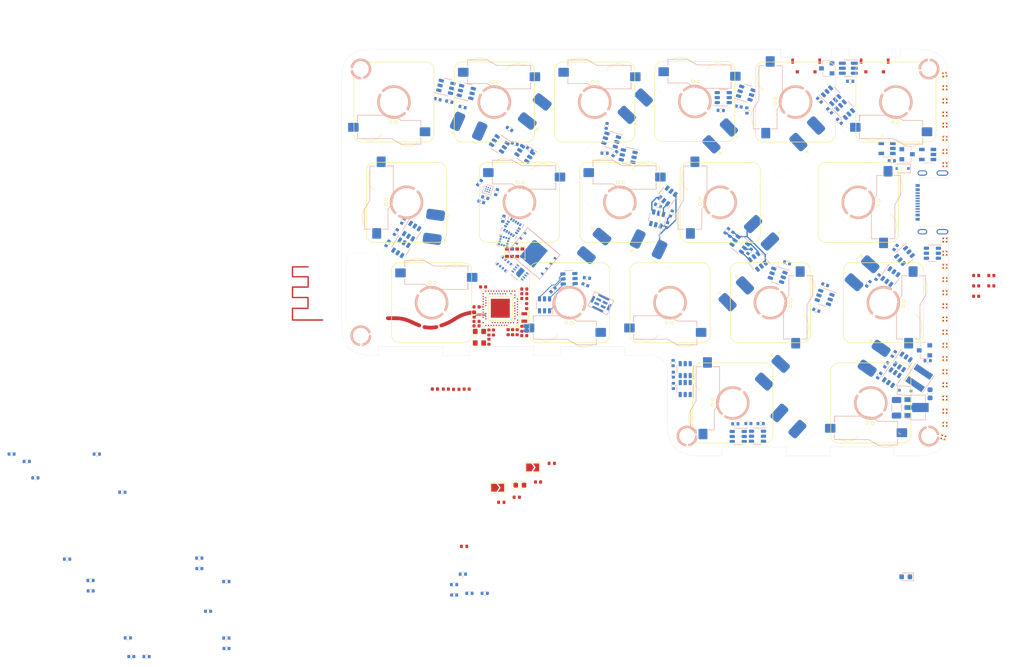
<source format=kicad_pcb>
(kicad_pcb (version 20211014) (generator pcbnew)
  (layers (0 "F.Cu" signal) (1 "In1.Cu" signal) (2 "In2.Cu" signal) (31 "B.Cu" signal) (34 "B.Paste" user) (35 "F.Paste" user) (36 "B.SilkS" user "B.Silkscreen") (37 "F.SilkS" user "F.Silkscreen") (38 "B.Mask" user) (39 "F.Mask" user) (44 "Edge.Cuts" user))
  (net 0 "")
  (net 1 "B1-")
  (net 2 "B+")
  (net 3 "B2-")
  (net 4 "B3-")
  (net 5 "B4-")
  (net 6 "B6-")
  (net 7 "B7-")
  (net 8 "B8-")
  (net 9 "B10-")
  (net 10 "B11-")
  (net 11 "B12-")
  (net 12 "GND")
  (net 13 "/MCU/RESET PIN")
  (net 16 "Net-(AE1-Pad1)")
  (net 17 "/MCU/P0.29")
  (net 18 "/MCU/P0.02")
  (net 19 "/MCU/P1.15")
  (net 20 "/MCU/P1.13")
  (net 21 "/MCU/P0.25")
  (net 22 "/MCU/P0.13")
  (net 23 "/MCU/P0.15")
  (net 24 "/MCU/P0.24")
  (net 25 "/MCU/P0.30")
  (net 26 "/MCU/P0.28")
  (net 27 "/MCU/P0.03")
  (net 28 "/MCU/P1.14")
  (net 29 "/MCU/P0.10")
  (net 30 "/MCU/P0.06")
  (net 31 "/MCU/P0.09")
  (net 32 "/MCU/P1.06")
  (net 33 "/MCU/P1.04")
  (net 34 "/MCU/P1.03")
  (net 35 "B5-")
  (net 36 "B9-")
  (net 37 "Net-(C1-Pad1)")
  (net 38 "Net-(C2-Pad1)")
  (net 39 "Net-(C3-Pad1)")
  (net 40 "Net-(C4-Pad1)")
  (net 41 "Net-(C5-Pad1)")
  (net 42 "Net-(C6-Pad1)")
  (net 43 "Net-(C7-Pad1)")
  (net 44 "Net-(C8-Pad1)")
  (net 45 "Net-(C9-Pad1)")
  (net 46 "Net-(C10-Pad1)")
  (net 47 "Net-(C11-Pad1)")
  (net 48 "Net-(C12-Pad1)")
  (net 49 "/LEDLane/Led_Vin")
  (net 50 "VBUS")
  (net 51 "B14-")
  (net 52 "B13-")
  (net 53 "SCL")
  (net 54 "Net-(C13-Pad1)")
  (net 55 "Net-(C14-Pad1)")
  (net 56 "Net-(C22-Pad1)")
  (net 57 "Net-(C23-Pad1)")
  (net 58 "Net-(C34-Pad2)")
  (net 59 "Net-(C26-Pad2)")
  (net 60 "Net-(C36-Pad2)")
  (net 61 "Net-(C27-Pad2)")
  (net 62 "/Filter&Reg/VBAT")
  (net 63 "Net-(C29-Pad1)")
  (net 64 "Net-(D1-Pad1)")
  (net 65 "Net-(D2-Pad1)")
  (net 66 "Net-(D2-Pad2)")
  (net 67 "Net-(D3-Pad2)")
  (net 68 "Net-(D4-Pad1)")
  (net 69 "CC1")
  (net 70 "Net-(J1-PadA6)")
  (net 71 "Net-(J1-PadA7)")
  (net 72 "CC2")
  (net 74 "Net-(JP1-Pad1)")
  (net 75 "Net-(JP1-Pad2)")
  (net 76 "Net-(JP2-Pad1)")
  (net 77 "Net-(L1-Pad2)")
  (net 78 "Net-(L2-Pad2)")
  (net 79 "Net-(Q2-Pad1)")
  (net 81 "GND1")
  (net 82 "Net-(Q11-Pad3)")
  (net 84 "Net-(Q11-Pad1)")
  (net 86 "Net-(Q12-Pad3)")
  (net 88 "Net-(Q12-Pad1)")
  (net 90 "Net-(Q13-Pad3)")
  (net 92 "Net-(Q13-Pad1)")
  (net 94 "Net-(Q14-Pad3)")
  (net 96 "Net-(Q14-Pad1)")
  (net 98 "Net-(Q15-Pad3)")
  (net 100 "Net-(Q15-Pad1)")
  (net 102 "Net-(Q16-Pad3)")
  (net 104 "Net-(Q16-Pad1)")
  (net 106 "Net-(Q17-Pad3)")
  (net 108 "Net-(Q17-Pad1)")
  (net 110 "Net-(Q10-Pad4)")
  (net 112 "Net-(Q10-Pad6)")
  (net 113 "Net-(Q11-Pad2)")
  (net 115 "Net-(Q12-Pad2)")
  (net 117 "Net-(Q13-Pad2)")
  (net 119 "Net-(Q14-Pad2)")
  (net 121 "Net-(Q15-Pad2)")
  (net 123 "Net-(Q16-Pad2)")
  (net 125 "Net-(Q17-Pad2)")
  (net 127 "Net-(Q18-Pad2)")
  (net 130 "Net-(Q19-Pad4)")
  (net 132 "Net-(Q19-Pad6)")
  (net 134 "Net-(Q20-Pad4)")
  (net 136 "Net-(Q20-Pad6)")
  (net 138 "Net-(Q21-Pad4)")
  (net 140 "Net-(Q21-Pad6)")
  (net 142 "Net-(Q22-Pad4)")
  (net 144 "Net-(Q22-Pad6)")
  (net 145 "Net-(Q23-Pad2)")
  (net 147 "Net-(Q24-Pad2)")
  (net 149 "Net-(Q25-Pad2)")
  (net 151 "Net-(Q26-Pad2)")
  (net 153 "/ExtVcc/GND_EN")
  (net 154 "/LEDLane/Led_Ground")
  (net 155 "/MCU/BatOffPin")
  (net 156 "SDA")
  (net 157 "/FuelGauge/BatteryPin")
  (net 158 "Net-(C35-Pad2)")
  (net 159 "Net-(C37-Pad2)")
  (net 160 "Net-(C38-Pad1)")
  (net 161 "Net-(C39-Pad2)")
  (net 162 "/Gyro/Gyro_Interupt")
  (net 163 "/BAROMETRIC/CSB")
  (net 164 "/BAROMETRIC/SDO")
  (net 165 "/LIGHT/APDS_IRQ")
  (net 168 "Net-(U2-Pad3)")
  (net 170 "Net-(U4-Pad4)")
  (net 171 "Net-(U5-Pad4)")
  (net 172 "Net-(U6-Pad4)")
  (net 173 "Net-(U7-Pad4)")
  (net 174 "Net-(U8-Pad4)")
  (net 175 "Net-(U10-Pad1)")
  (net 176 "Net-(U10-Pad4)")
  (net 177 "Net-(U11-Pad4)")
  (net 178 "Net-(U12-Pad4)")
  (net 179 "Net-(U13-Pad4)")
  (net 180 "Net-(U14-Pad4)")
  (net 181 "Net-(U15-Pad4)")
  (net 182 "Net-(U16-Pad4)")
  (net 183 "Net-(U17-Pad4)")
  (net 184 "Net-(U18-Pad4)")
  (net 185 "Net-(U19-Pad4)")
  (net 186 "Net-(U20-Pad4)")
  (net 187 "Net-(U21-Pad4)")
  (net 188 "Net-(U22-Pad4)")
  (net 189 "Net-(U23-Pad4)")
  (net 190 "Net-(U24-Pad4)")
  (net 191 "Net-(U25-Pad4)")
  (net 192 "Net-(U26-Pad4)")
  (net 193 "/LEDLane/DIN")
  (net 194 "/MCU/D+")
  (net 195 "/MCU/D-")
  (net 196 "/MCU/P0.31")
  (net 198 "/MCU/SWC")
  (net 199 "DCCH")
  (net 200 "/MCU/P0.14")
  (net 201 "/MCU/P0.16")
  (net 202 "/FLASH/QSPI_SCK")
  (net 203 "/FLASH/QSPI_DATA3")
  (net 204 "/FLASH/QSPI_DATA2")
  (net 205 "/MCU/SWD")
  (net 206 "/FLASH/QSPI_DATA0")
  (net 207 "/FLASH/QSPI_CS")
  (net 208 "/FLASH/QSPI_DATA1")
  (net 209 "/MCU/P1.12")
  (net 210 "/MCU/PDM_DAT")
  (net 211 "/MCU/PDM_CLK")
  (net 212 "PROG")
  (net 213 "/MCU/P0.07")
  (net 214 "/MCU/P0.08")
  (net 215 "/MCU/P1.07")
  (net 216 "/MCU/P0.05")
  (net 220 "Net-(U37-Pad3)")
  (net 224 "Net-(C41-Pad2)")
  (net 225 "Net-(C49-Pad1)")
  (net 227 "Net-(Q27-Pad4)")
  (net 229 "Net-(Q27-Pad6)")
  (net 231 "Net-(Q28-Pad4)")
  (net 233 "Net-(Q28-Pad6)")
  (net 234 "Net-(Q30-Pad2)")
  (net 236 "Net-(Q31-Pad2)")
  (net 238 "Net-(R43-Pad1)")
  (net 239 "Net-(R43-Pad2)")
  (net 240 "Net-(R44-Pad2)")
  (net 241 "Net-(R45-Pad1)")
  (net 242 "/BAROMETRIC/NRF_VDD")
  (footprint "Capacitor_SMD:C_0402_1005Metric" (layer "F.Cu") (at 119.7 115.95)
    (fp_text reference "C34" hide)
    (fp_text value "820pF")
  )
  (footprint "Library:BatteryV2" (layer "F.Cu") (at 177.918309 88.578937 -136)
    (fp_text reference "B6" hide)
    (fp_text value "Battery")
    (fp_line (start 10.35 13.65) (end 10.35 0.2) (layer "Edge.Cuts") (width 0.01))
    (fp_line (start 9.95 -0.2) (end 0.2 -0.2) (layer "Edge.Cuts") (width 0.01))
    (fp_line (start 9.25 10.600002) (end 9.25 13.65) (layer "Edge.Cuts") (width 0.01))
    (fp_line (start 0.9 13.65) (end 0.900002 10.6) (layer "Edge.Cuts") (width 0.01))
    (fp_line (start -0.2 0.2) (end -0.2 13.65) (layer "Edge.Cuts") (width 0.01))
    (fp_line (start 8.85 10.200002) (end 1.300002 10.2) (layer "Edge.Cuts") (width 0.01))
    (fp_arc (start 0.9 13.65) (mid 0.35 14.2) (end -0.2 13.65) (layer "Edge.Cuts") (width 0.01))
    (fp_arc (start 0.900002 10.6) (mid 1.01716 10.317158) (end 1.300002 10.2) (layer "Edge.Cuts") (width 0.01))
    (fp_arc (start 8.85 10.200002) (mid 9.132842 10.31716) (end 9.25 10.600002) (layer "Edge.Cuts") (width 0.01))
    (fp_arc (start 9.95 -0.2) (mid 10.232843 -0.082843) (end 10.35 0.2) (layer "Edge.Cuts") (width 0.01))
    (fp_arc (start -0.2 0.2) (mid -0.082842 -0.082843) (end 0.2 -0.2) (layer "Edge.Cuts") (width 0.01))
    (fp_arc (start 10.35 13.65) (mid 9.8 14.2) (end 9.25 13.65) (layer "Edge.Cuts") (width 0.01))
  )
  (footprint "Library:GateronHotswap" (layer "F.Cu") (at 194.5125 134.188524)
    (fp_text reference "REF**" hide)
    (fp_text value "GateronHotswap")
  )
  (footprint "Library:Led-ARGB" (layer "F.Cu") (at 208.584116 86.443083)
    (fp_text reference "U10" hide)
    (fp_text value "WS2812B_-_1010")
  )
  (footprint "Library:GateronHotswap" (layer "F.Cu") (at 104.025 77.038524)
    (fp_text reference "REF**" hide)
    (fp_text value "GateronHotswap")
  )
  (footprint "" (layer "F.Cu") (at 97.75 70.763524)
    (fp_text reference "")
    (fp_text value "")
  )
  (footprint "" (layer "F.Cu") (at 205.54995 70.763514 -90)
    (fp_text reference "")
    (fp_text value "")
  )
  (footprint "Library:Led-ARGB" (layer "F.Cu") (at 208.584116 79.333083)
    (fp_text reference "U7" hide)
    (fp_text value "WS2812B_-_1010")
  )
  (footprint "Inductor_SMD:L_0402_1005Metric" (layer "F.Cu") (at 111.8 131.55)
    (fp_text reference "L3" hide)
    (fp_text value "3.9nH")
  )
  (footprint "Library:BatteryV2" (layer "F.Cu") (at 194.340207 88.380839 -137)
    (fp_text reference "B1" hide)
    (fp_text value "Battery")
    (fp_line (start 8.85 10.200002) (end 1.300002 10.2) (layer "Edge.Cuts") (width 0.01))
    (fp_line (start 10.35 13.65) (end 10.35 0.2) (layer "Edge.Cuts") (width 0.01))
    (fp_line (start 0.9 13.65) (end 0.900002 10.6) (layer "Edge.Cuts") (width 0.01))
    (fp_line (start -0.2 0.2) (end -0.2 13.65) (layer "Edge.Cuts") (width 0.01))
    (fp_line (start 9.25 10.600002) (end 9.25 13.65) (layer "Edge.Cuts") (width 0.01))
    (fp_line (start 9.95 -0.2) (end 0.2 -0.2) (layer "Edge.Cuts") (width 0.01))
    (fp_arc (start 8.85 10.200002) (mid 9.132842 10.31716) (end 9.25 10.600002) (layer "Edge.Cuts") (width 0.01))
    (fp_arc (start 0.900002 10.6) (mid 1.01716 10.317158) (end 1.300002 10.2) (layer "Edge.Cuts") (width 0.01))
    (fp_arc (start 9.95 -0.2) (mid 10.232843 -0.082843) (end 10.35 0.2) (layer "Edge.Cuts") (width 0.01))
    (fp_arc (start 0.9 13.65) (mid 0.35 14.2) (end -0.2 13.65) (layer "Edge.Cuts") (width 0.01))
    (fp_arc (start 10.35 13.65) (mid 9.8 14.2) (end 9.25 13.65) (layer "Edge.Cuts") (width 0.01))
    (fp_arc (start -0.2 0.2) (mid -0.082842 -0.082842) (end 0.2 -0.2) (layer "Edge.Cuts") (width 0.01))
  )
  (footprint "Library:Led-ARGB" (layer "F.Cu") (at 208.584116 103.252726)
    (fp_text reference "U12" hide)
    (fp_text value "WS2812B_-_1010")
  )
  (footprint "Library:Led-ARGB" (layer "F.Cu") (at 208.584116 113.252726)
    (fp_text reference "U16" hide)
    (fp_text value "WS2812B_-_1010")
  )
  (footprint "Library:Led-ARGB" (layer "F.Cu") (at 208.584116 74.333083)
    (fp_text reference "U5" hide)
    (fp_text value "WS2812B_-_1010")
  )
  (footprint "Crystal:Crystal_SMD_2012-2Pin_2.0x1.2mm" (layer "F.Cu") (at 128.760541 117.95 90)
    (fp_text reference "X1" hide)
    (fp_text value "32.768 kHz")
  )
  (footprint "Capacitor_SMD:C_0402_1005Metric" (layer "F.Cu") (at 129.2 120.1 -90)
    (fp_text reference "C22" hide)
    (fp_text value "12pF")
  )
  (footprint "Capacitor_SMD:C_0402_1005Metric" (layer "F.Cu") (at 119.7 119.55)
    (fp_text reference "C37" hide)
    (fp_text value "12pF")
  )
  (footprint "Library:crystal 32mhz" (layer "F.Cu") (at 120.25 121.7 -90)
    (fp_text reference "X2" hide)
    (fp_text value "32MHZ")
  )
  (footprint "Library:GateronHotswap" (layer "F.Cu") (at 146.8875 96.088524 180)
    (fp_text reference "REF**" hide)
    (fp_text value "GateronHotswap")
  )
  (footprint "LED_SMD:LED_0603_1608Metric" (layer "F.Cu") (at 127.924277 149.8)
    (fp_text reference "D2" hide)
    (fp_text value "BLUE")
  )
  (footprint "Library:GateronHotswap" (layer "F.Cu") (at 142.125 77.038524 180)
    (fp_text reference "REF**" hide)
    (fp_text value "GateronHotswap")
  )
  (footprint "Library:AQFN-73-1EP_7x7mm_P0.5mm_NRF52840-custom" (layer "F.Cu") (at 124.210541 116.2 180)
    (fp_text reference "U30" hide)
    (fp_text value "nRF52840_aQFN73")
  )
  (footprint "Capacitor_SMD:C_0402_1005Metric" (layer "F.Cu") (at 128.760541 114.35 180)
    (fp_text reference "C24" hide)
    (fp_text value "4.7uF")
  )
  (footprint "Resistor_SMD:R_0402_1005Metric" (layer "F.Cu") (at 117.344277 161.42)
    (fp_text reference "R37" hide)
    (fp_text value "4.7K")
  )
  (footprint "Library:Button" (layer "F.Cu") (at 182.245953 71.013525)
    (fp_text reference "U1" hide)
    (fp_text value "Button")
    (fp_line (start -2.32 0) (end -2.32 -2.25) (layer "Edge.Cuts") (width 0.01))
    (fp_line (start 2.32 0) (end -2.32 0) (layer "Edge.Cuts") (width 0.01))
    (fp_line (start 2.32 0) (end 2.32 -2.25) (layer "Edge.Cuts") (width 0.01))
  )
  (footprint "Library:Led-ARGB" (layer "F.Cu") (at 208.584116 123.252726)
    (fp_text reference "U20" hide)
    (fp_text value "WS2812B_-_1010")
  )
  (footprint "Library:GateronHotswap" (layer "F.Cu") (at 199.275 77.038524)
    (fp_text reference "REF**" hide)
    (fp_text value "GateronHotswap")
  )
  (footprint "Library:Led-ARGB" (layer "F.Cu") (at 208.584116 125.752726)
    (fp_text reference "U21" hide)
    (fp_text value "WS2812B_-_1010")
  )
  (footprint "Capacitor_SMD:C_0402_1005Metric" (layer "F.Cu") (at 217.375 111.955)
    (fp_text reference "C18" hide)
    (fp_text value "100nF")
  )
  (footprint "Capacitor_SMD:C_0402_1005Metric" (layer "F.Cu") (at 119.25 117.4 90)
    (fp_text reference "C35" hide)
    (fp_text value "1pF")
  )
  (footprint "Capacitor_SMD:C_0402_1005Metric" (layer "F.Cu") (at 122.05 120.8 90)
    (fp_text reference "C32" hide)
    (fp_text value "100nF")
  )
  (footprint "Library:BatteryV2" (layer "F.Cu") (at 180.55 105.3 48)
    (fp_text reference "B7" hide)
    (fp_text value "Battery")
    (fp_line (start -0.2 0.2) (end -0.2 13.65) (layer "Edge.Cuts") (width 0.01))
    (fp_line (start 9.95 -0.2) (end 0.2 -0.2) (layer "Edge.Cuts") (width 0.01))
    (fp_line (start 0.9 13.65) (end 0.900002 10.6) (layer "Edge.Cuts") (width 0.01))
    (fp_line (start 8.85 10.200002) (end 1.300002 10.2) (layer "Edge.Cuts") (width 0.01))
    (fp_line (start 10.35 13.65) (end 10.35 0.2) (layer "Edge.Cuts") (width 0.01))
    (fp_line (start 9.25 10.600002) (end 9.25 13.65) (layer "Edge.Cuts") (width 0.01))
    (fp_arc (start 0.900002 10.6) (mid 1.01716 10.317158) (end 1.300002 10.2) (layer "Edge.Cuts") (width 0.01))
    (fp_arc (start 8.85 10.200002) (mid 9.132842 10.31716) (end 9.25 10.600002) (layer "Edge.Cuts") (width 0.01))
    (fp_arc (start 9.95 -0.2) (mid 10.232843 -0.082843) (end 10.35 0.2) (layer "Edge.Cuts") (width 0.01))
    (fp_arc (start 0.9 13.65) (mid 0.35 14.2) (end -0.2 13.65) (layer "Edge.Cuts") (width 0.01))
    (fp_arc (start -0.2 0.2) (mid -0.082842 -0.082842) (end 0.2 -0.2) (layer "Edge.Cuts") (width 0.01))
    (fp_arc (start 10.35 13.65) (mid 9.8 14.2) (end 9.25 13.65) (layer "Edge.Cuts") (width 0.01))
  )
  (footprint "Library:Led-ARGB" (layer "F.Cu") (at 208.584116 130.752726)
    (fp_text reference "U23" hide)
    (fp_text value "WS2812B_-_1010")
  )
  (footprint "Library:GateronHotswap" (layer "F.Cu") (at 168.31875 134.188524 -90)
    (fp_text reference "REF**" hide)
    (fp_text value "GateronHotswap")
  )
  (footprint "Library:APDS-9960" (layer "F.Cu") (at 126.935 105.65 -90)
    (fp_text reference "U37" hide)
    (fp_text value "APDS-9960")
  )
  (footprint "Library:BatteryV2" (layer "F.Cu") (at 183.131534 125.296797 -42)
    (fp_text reference "B11" hide)
    (fp_text value "Battery")
    (fp_line (start 8.85 10.200002) (end 1.300002 10.2) (layer "Edge.Cuts") (width 0.01))
    (fp_line (start 9.95 -0.2) (end 0.2 -0.2) (layer "Edge.Cuts") (width 0.01))
    (fp_line (start 9.25 10.600002) (end 9.25 13.65) (layer "Edge.Cuts") (width 0.01))
    (fp_line (start 10.35 13.65) (end 10.35 0.2) (layer "Edge.Cuts") (width 0.01))
    (fp_line (start -0.2 0.2) (end -0.2 13.65) (layer "Edge.Cuts") (width 0.01))
    (fp_line (start 0.9 13.65) (end 0.900002 10.6) (layer "Edge.Cuts") (width 0.01))
    (fp_arc (start -0.2 0.2) (mid -0.082842 -0.082842) (end 0.2 -0.2) (layer "Edge.Cuts") (width 0.01))
    (fp_arc (start 9.95 -0.2) (mid 10.232843 -0.082843) (end 10.35 0.2) (layer "Edge.Cuts") (width 0.01))
    (fp_arc (start 0.9 13.65) (mid 0.35 14.2) (end -0.2 13.65) (layer "Edge.Cuts") (width 0.01))
    (fp_arc (start 10.35 13.65) (mid 9.8 14.2) (end 9.25 13.65) (layer "Edge.Cuts") (width 0.01))
    (fp_arc (start 8.85 10.200002) (mid 9.132842 10.31716) (end 9.25 10.600002) (layer "Edge.Cuts") (width 0.01))
    (fp_arc (start 0.900002 10.6) (mid 1.01716 10.317158) (end 1.300002 10.2) (layer "Edge.Cuts") (width 0.01))
  )
  (footprint "Library:Led-ARGB" (layer "F.Cu") (at 208.584116 76.833083)
    (fp_text reference "U6" hide)
    (fp_text value "WS2812B_-_1010")
  )
  (footprint "Library:2.4GHz-meander-antenna-v2" (layer "F.Cu") (at 90.502104 118.434401 -90)
    (fp_text reference "AE1" hide)
    (fp_text value "Antenna" hide)
  )
  (footprint "Library:BatteryV2" (layer "F.Cu") (at 124.193029 97.388894 -98)
    (fp_text reference "B13" hide)
    (fp_text value "Battery")
    (fp_line (start 9.25 10.600002) (end 9.25 13.65) (layer "Edge.Cuts") (width 0.01))
    (fp_line (start 0.9 13.65) (end 0.900002 10.6) (layer "Edge.Cuts") (width 0.01))
    (fp_line (start 10.35 13.65) (end 10.35 0.2) (layer "Edge.Cuts") (width 0.01))
    (fp_line (start 8.85 10.200002) (end 1.300002 10.2) (layer "Edge.Cuts") (width 0.01))
    (fp_line (start 9.95 -0.2) (end 0.2 -0.2) (layer "Edge.Cuts") (width 0.01))
    (fp_line (start -0.2 0.2) (end -0.2 13.65) (layer "Edge.Cuts") (width 0.01))
    (fp_arc (start -0.2 0.2) (mid -0.082842 -0.082842) (end 0.2 -0.2) (layer "Edge.Cuts") (width 0.01))
    (fp_arc (start 0.900002 10.6) (mid 1.01716 10.317158) (end 1.300002 10.2) (layer "Edge.Cuts") (width 0.01))
    (fp_arc (start 10.35 13.65) (mid 9.799999 14.2) (end 9.25 13.65) (layer "Edge.Cuts") (width 0.01))
    (fp_arc (start 8.85 10.200002) (mid 9.132842 10.31716) (end 9.25 10.600002) (layer "Edge.Cuts") (width 0.01))
    (fp_arc (start 9.95 -0.2) (mid 10.232842 -0.082842) (end 10.35 0.2) (layer "Edge.Cuts") (width 0.01))
    (fp_arc (start 0.9 13.65) (mid 0.35 14.2) (end -0.2 13.65) (layer "Edge.Cuts") (width 0.01))
  )
  (footprint "Jumper:SolderJumper-2_P1.3mm_Open_TrianglePad1.0x1.5mm" (layer "F.Cu") (at 123.704277 150.28)
    (fp_text reference "JP1" hide)
    (fp_text value "SolderJumper_2_Open")
  )
  (footprint "Capacitor_SMD:C_0402_1005Metric" (layer "F.Cu") (at 214.505 111.955)
    (fp_text reference "C20" hide)
    (fp_text value "100nF")
  )
  (footprint "Library:GateronHotswap" (layer "F.Cu") (at 196.893751 115.138524 90)
    (fp_text reference "REF**" hide)
    (fp_text value "GateronHotswap")
  )
  (footprint "Library:Led-ARGB" (layer "F.Cu") (at 208.584116 115.752726)
    (fp_text reference "U17" hide)
    (fp_text value "WS2812B_-_1010")
  )
  (footprint "Library:Led-ARGB" (layer "F.Cu") (at 208.280645 140.716041 -18)
    (fp_text reference "U27" hide)
    (fp_text value "WS2812B_-_1010")
  )
  (footprint "Library:GateronHotswap" (layer "F.Cu") (at 137.3625 115.138524)
    (fp_text reference "REF**" hide)
    (fp_text value "GateronHotswap")
  )
  (footprint "Jumper:SolderJumper-2_P1.3mm_Open_TrianglePad1.0x1.5mm" (layer "F.Cu") (at 130.344277 146.43)
    (fp_text reference "JP2" hide)
    (fp_text value "SolderJumper_2_Open")
  )
  (footprint "Library:ConicCorner" (layer "F.Cu") (at 207.299949 67.013524)
    (fp_text reference "REF**" hide)
    (fp_text value "ConicCorner" hide)
    (fp_line (start 0.685007 1.565378) (end 0.56 1.44) (layer "Edge.Cuts") (width 0.03))
    (fp_line (start -3.109557 0.029585) (end -3.326097 0.014735) (layer "Edge.Cuts") (width 0.03))
    (fp_line (start -2.476649 0.094994) (end -2.684833 0.069714) (layer "Edge.Cuts") (width 0.03))
    (fp_line (start 0.685007 1.565378) (end 0.803113 1.697657) (layer "Edge.Cuts") (width 0.03))
    (fp_line (start 1.589742 3.127744) (end 1.650704 3.30803) (layer "Edge.Cuts") (width 0.03))
    (fp_line (start -0.608282 0.620207) (end -0.77787 0.545713) (layer "Edge.Cuts") (width 0.03))
    (fp_line (start 0.434993 1.314622) (end 0.302343 1.196887) (layer "Edge.Cuts") (width 0.03))
    (fp_line (start 0.434993 1.314622) (end 0.56 1.44) (layer "Edge.Cuts") (width 0.03))
    (fp_line (start -1.127744 0.410258) (end -1.30803 0.349296) (layer "Edge.Cuts") (width 0.03))
    (fp_line (start 1.905006 4.476649) (end 1.930286 4.684833) (layer "Edge.Cuts") (width 0.03))
    (fp_line (start 1.970415 5.109557) (end 1.985265 5.326097) (layer "Edge.Cuts") (width 0.03))
    (fp_line (start 1.38 2.61) (end 1.454287 2.77787) (layer "Edge.Cuts") (width 0.03))
    (fp_curve (pts (xy 1.113416 2.13435) (xy 1.209506 2.286225) (xy 1.298275 2.444307) (xy 1.379793 2.608282)) (layer "Edge.Cuts") (width 0.03))
    (fp_curve (pts (xy -4 0) (xy -3.771346 0) (xy -3.546712 0.004911) (xy -3.326097 0.014735)) (layer "Edge.Cuts") (width 0.03))
    (fp_curve (pts (xy -0.608282 0.620207) (xy -0.444307 0.701725) (xy -0.286225 0.790494) (xy -0.13435 0.886584)) (layer "Edge.Cuts") (width 0.03))
    (fp_curve (pts (xy 1.650704 3.30803) (xy 1.705157 3.493399) (xy 1.753391 3.683603) (xy 1.795683 3.87844)) (layer "Edge.Cuts") (width 0.03))
    (fp_curve (pts (xy 1.985265 5.326097) (xy 1.995089 5.546712) (xy 2 5.771346) (xy 2 6)) (layer "Edge.Cuts") (width 0.03))
    (fp_curve (pts (xy 1.795683 3.87844) (xy 1.837975 4.073277) (xy 1.874324 4.272747) (xy 1.905006 4.476649)) (layer "Edge.Cuts") (width 0.03))
    (fp_curve (pts (xy -0.13435 0.886584) (xy 0.017526 0.982674) (xy 0.163194 1.086085) (xy 0.302343 1.196887)) (layer "Edge.Cuts") (width 0.03))
    (fp_curve (pts (xy 0.803113 1.697657) (xy 0.913915 1.836806) (xy 1.017326 1.982474) (xy 1.113416 2.13435)) (layer "Edge.Cuts") (width 0.03))
    (fp_curve (pts (xy 1.454287 2.77787) (xy 1.522015 2.952807) (xy 1.522015 2.952807) (xy 1.589742 3.127744)) (layer "Edge.Cuts") (width 0.03))
    (fp_curve (pts (xy -1.127744 0.410258) (xy -0.952807 0.477985) (xy -0.952807 0.477985) (xy -0.77787 0.545713)) (layer "Edge.Cuts") (width 0.03))
    (fp_curve (pts (xy -2.476649 0.094994) (xy -2.272747 0.125676) (xy -2.073277 0.162025) (xy -1.87844 0.204317)) (layer "Edge.Cuts") (width 0.03))
    (fp_curve (pts (xy 1.930286 4.684833) (xy 1.95035 4.897195) (xy 1.95035 4.897195) (xy 1.970415 5.109557)) (layer "Edge.Cuts") (width 0.03))
    (fp_curve (pts (xy -3.109557 0.029585) (xy -2.897195 0.04965) (xy -2.897195 0.04965) (xy -2.684833 0.069714)) (layer "Edge.Cuts") (width 0.03))
    (fp_curve (pts (xy -1.87844 0.204317) (xy -1.683603 0.246609) (xy -1.493399 0.294843) (xy -1.30803 0.349296)) (layer "Edge.Cuts") (width 0.03))
  )
  (footprint "Resistor_SMD:R_0402_1005Metric" (layer "F.Cu") (at 115.85 131.6)
    (fp_text reference "R39" hide)
    (fp_text value "0R")
  )
  (footprint "Library:Led-ARGB" (layer "F.Cu") (at 208.584116 105.752726)
    (fp_text reference "U13" hide)
    (fp_text value "WS2812B_-_1010")
  )
  (footprint "Library:Led-ARGB" (layer "F.Cu") (at 208.584116 83.943083)
    (fp_text reference "U9" hide)
    (fp_text value "WS2812B_-_1010")
  )
  (footprint "Library:Led-ARGB" (layer "F.Cu") (at 208.584116 128.252726)
    (fp_text reference "U22" hide)
    (fp_text value "WS2812B_-_1010")
  )
  (footprint "Library:BatteryV2" (layer "F.Cu") (at 129.575 100.525 50)
    (fp_text reference "B14" hide)
    (fp_text value "Battery")
    (fp_line (start 9.25 10.600002) (end 9.25 13.65) (layer "Edge.Cuts") (width 0.01))
    (fp_line (start 8.85 10.200002) (end 1.300002 10.2) (layer "Edge.Cuts") (width 0.01))
    (fp_line (start 0.9 13.65) (end 0.900002 10.6) (layer "Edge.Cuts") (width 0.01))
    (fp_line (start -0.2 0.2) (end -0.2 13.65) (layer "Edge.Cuts") (width 0.01))
    (fp_line (start 9.95 -0.2) (end 0.2 -0.2) (layer "Edge.Cuts") (width 0.01))
    (fp_line (start 10.35 13.65) (end 10.35 0.2) (layer "Edge.Cuts") (width 0.01))
    (fp_arc (start 10.35 13.65) (mid 9.8 14.2) (end 9.25 13.65) (layer "Edge.Cuts") (width 0.01))
    (fp_arc (start 0.9 13.65) (mid 0.35 14.2) (end -0.2 13.65) (layer "Edge.Cuts") (width 0.01))
    (fp_arc (start -0.2 0.2) (mid -0.082842 -0.082842) (end 0.2 -0.2) (layer "Edge.Cuts") (width 0.01))
    (fp_arc (start 8.85 10.200002) (mid 9.132843 10.31716) (end 9.25 10.600002) (layer "Edge.Cuts") (width 0.01))
    (fp_arc (start 0.900002 10.6) (mid 1.01716 10.317158) (end 1.300002 10.2) (layer "Edge.Cuts") (width 0.01))
    (fp_arc (start 9.95 -0.2) (mid 10.232842 -0.082842) (end 10.35 0.2) (layer "Edge.Cuts") (width 0.01))
  )
  (footprint "Capacitor_SMD:C_0402_1005Metric" (layer "F.Cu") (at 214.505 109.985)
    (fp_text reference "C17" hide)
    (fp_text value "100nF")
  )
  (footprint "Capacitor_SMD:C_0402_1005Metric" (layer "F.Cu") (at 127.4 120.75 90)
    (fp_text reference "C28" hide)
    (fp_text value "1uF")
  )
  (footprint "" (layer "F.Cu") (at 205.549957 140.463525 180)
    (fp_text reference "")
    (fp_text value "")
  )
  (footprint "Resistor_SMD:R_0402_1005Metric" (layer "F.Cu") (at 124.394277 153.05)
    (fp_text reference "R36" hide)
    (fp_text value "4.7K")
  )
  (footprint "Library:BatteryV2" (layer "F.Cu") (at 178.878938 89.881692 -46)
    (fp_text reference "B5" hide)
    (fp_text value "Battery")
    (fp_line (start 9.95 -0.2) (end 0.2 -0.2) (layer "Edge.Cuts") (width 0.01))
    (fp_line (start 9.25 10.600002) (end 9.25 13.65) (layer "Edge.Cuts") (width 0.01))
    (fp_line (start -0.2 0.2) (end -0.2 13.65) (layer "Edge.Cuts") (width 0.01))
    (fp_line (start 10.35 13.65) (end 10.35 0.2) (layer "Edge.Cuts") (width 0.01))
    (fp_line (start 0.9 13.65) (end 0.900002 10.6) (layer "Edge.Cuts") (width 0.01))
    (fp_line (start 8.85 10.200002) (end 1.300002 10.2) (layer "Edge.Cuts") (width 0.01))
    (fp_arc (start 9.95 -0.2) (mid 10.232842 -0.082842) (end 10.35 0.2) (layer "Edge.Cuts") (width 0.01))
    (fp_arc (start 0.9 13.65) (mid 0.35 14.2) (end -0.2 13.65) (layer "Edge.Cuts") (width 0.01))
    (fp_arc (start 0.900002 10.6) (mid 1.01716 10.317158) (end 1.300002 10.2) (layer "Edge.Cuts") (width 0.01))
    (fp_arc (start -0.2 0.2) (mid -0.082842 -0.082843) (end 0.2 -0.2) (layer "Edge.Cuts") (width 0.01))
    (fp_arc (start 8.85 10.200002) (mid 9.132842 10.31716) (end 9.25 10.600002) (layer "Edge.Cuts") (width 0.01))
    (fp_arc (start 10.35 13.65) (mid 9.8 14.2) (end 9.25 13.65) (layer "Edge.Cuts") (width 0.01))
  )
  (footprint "Resistor_SMD:R_0402_1005Metric" (layer "F.Cu") (at 127.334277 152.09)
    (fp_text reference "R38" hide)
    (fp_text value "1K")
  )
  (footprint "Inductor_SMD:L_0402_1005Metric" (layer "F.Cu") (at 125.7 120.75 -90)
    (fp_text reference "L1" hide)
    (fp_text value "15nH")
  )
  (footprint "Library:Led-ARGB" (layer "F.Cu") (at 208.584116 133.252726)
    (fp_text reference "U24" hide)
    (fp_text value "WS2812B_-_1010")
  )
  (footprint "Library:BatteryV2" (layer "F.Cu") (at 117.952058 94.664884 156)
    (fp_text reference "B2" hide)
    (fp_text value "Battery")
    (fp_line (start -0.2 0.2) (end -0.2 13.65) (layer "Edge.Cuts") (width 0.01))
    (fp_line (start 9.25 10.600002) (end 9.25 13.65) (layer "Edge.Cuts") (width 0.01))
    (fp_line (start 8.85 10.200002) (end 1.300002 10.2) (layer "Edge.Cuts") (width 0.01))
    (fp_line (start 0.9 13.65) (end 0.900002 10.6) (layer "Edge.Cuts") (width 0.01))
    (fp_line (start 9.95 -0.2) (end 0.2 -0.2) (layer "Edge.Cuts") (width 0.01))
    (fp_line (start 10.35 13.65) (end 10.35 0.2) (layer "Edge.Cuts") (width 0.01))
    (fp_arc (start 10.35 13.65) (mid 9.8 14.2) (end 9.25 13.65) (layer "Edge.Cuts") (width 0.01))
    (fp_arc (start 0.9 13.65) (mid 0.35 14.2) (end -0.2 13.65) (layer "Edge.Cuts") (width 0.01))
    (fp_arc (start 8.85 10.200002) (mid 9.132843 10.31716) (end 9.25 10.600002) (layer "Edge.Cuts") (width 0.01))
    (fp_arc (start 9.95 -0.2) (mid 10.232843 -0.082843) (end 10.35 0.2) (layer "Edge.Cuts") (width 0.01))
    (fp_arc (start 0.900002 10.6) (mid 1.01716 10.317158) (end 1.300002 10.2) (layer "Edge.Cuts") (width 0.01))
    (fp_arc (start -0.2 0.2) (mid -0.082842 -0.082842) (end 0.2 -0.2) (layer "Edge.Cuts") (width 0.01))
  )
  (footprint "Library:BatteryV2" (layer "F.Cu") (at 151.656124 117.070582 154)
    (fp_text reference "B9" hide)
    (fp_text value "Battery")
    (fp_line (start -0.2 0.2) (end -0.2 13.65) (layer "Edge.Cuts") (width 0.01))
    (fp_line (start 9.95 -0.2) (end 0.2 -0.2) (layer "Edge.Cuts") (width 0.01))
    (fp_line (start 0.9 13.65) (end 0.900002 10.6) (layer "Edge.Cuts") (width 0.01))
    (fp_line (start 8.85 10.200002) (end 1.300002 10.2) (layer "Edge.Cuts") (width 0.01))
    (fp_line (start 10.35 13.65) (end 10.35 0.2) (layer "Edge.Cuts") (width 0.01))
    (fp_line (start 9.25 10.600002) (end 9.25 13.65) (layer "Edge.Cuts") (width 0.01))
    (fp_arc (start -0.2 0.2) (mid -0.082842 -0.082842) (end 0.2 -0.2) (layer "Edge.Cuts") (width 0.01))
    (fp_arc (start 0.900002 10.6) (mid 1.01716 10.317158) (end 1.300002 10.2) (layer "Edge.Cuts") (width 0.01))
    (fp_arc (start 8.85 10.200002) (mid 9.132842 10.31716) (end 9.25 10.600002) (layer "Edge.Cuts") (width 0.01))
    (fp_arc (start 9.95 -0.2) (mid 10.232842 -0.082842) (end 10.35 0.2) (layer "Edge.Cuts") (width 0.01))
    (fp_arc (start 0.9 13.65) (mid 0.35 14.2) (end -0.2 13.65) (layer "Edge.Cuts") (width 0.01))
    (fp_arc (start 10.35 13.65) (mid 9.8 14.2) (end 9.25 13.65) (layer "Edge.Cuts") (width 0.01))
  )
  (footprint "Capacitor_SMD:C_0402_1005Metric" (layer "F.Cu") (at 214.505 113.925)
    (fp_text reference "C19" hide)
    (fp_text value "100nF")
  )
  (footprint "Library:GateronHotswap" (layer "F.Cu") (at 175.462499 115.138524 90)
    (fp_text reference "REF**" hide)
    (fp_text value "GateronHotswap")
  )
  (footprint "Library:ConicCorner" (layer "F.Cu") (at 157.9125 144.213524 180)
    (fp_text reference "REF**" hide)
    (fp_text value "ConicCorner" hide)
    (fp_line (start -2.476649 0.094994) (end -2.684833 0.069714) (layer "Edge.Cuts") (width 0.03))
    (fp_line (start 1.38 2.61) (end 1.454287 2.77787) (layer "Edge.Cuts") (width 0.03))
    (fp_line (start 0.434993 1.314622) (end 0.302343 1.196887) (layer "Edge.Cuts") (width 0.03))
    (fp_line (start 0.685007 1.565378) (end 0.56 1.44) (layer "Edge.Cuts") (width 0.03))
    (fp_line (start 1.905006 4.476649) (end 1.930286 4.684833) (layer "Edge.Cuts") (width 0.03))
    (fp_line (start -1.127744 0.410258) (end -1.30803 0.349296) (layer "Edge.Cuts") (width 0.03))
    (fp_line (start 0.685007 1.565378) (end 0.803113 1.697657) (layer "Edge.Cuts") (width 0.03))
    (fp_line (start 1.589742 3.127744) (end 1.650704 3.30803) (layer "Edge.Cuts") (width 0.03))
    (fp_line (start -3.109557 0.029585) (end -3.326097 0.014735) (layer "Edge.Cuts") (width 0.03))
    (fp_line (start -0.608282 0.620207) (end -0.77787 0.545713) (layer "Edge.Cuts") (width 0.03))
    (fp_line (start 0.434993 1.314622) (end 0.56 1.44) (layer "Edge.Cuts") (width 0.03))
    (fp_line (start 1.970415 5.109557) (end 1.985265 5.326097) (layer "Edge.Cuts") (width 0.03))
    (fp_curve (pts (xy 1.795683 3.87844) (xy 1.837975 4.073277) (xy 1.874324 4.272747) (xy 1.905006 4.476649)) (layer "Edge.Cuts") (width 0.03))
    (fp_curve (pts (xy -0.13435 0.886584) (xy 0.017526 0.982674) (xy 0.163194 1.086085) (xy 0.302343 1.196887)) (layer "Edge.Cuts") (width 0.03))
    (fp_curve (pts (xy -1.87844 0.204317) (xy -1.683603 0.246609) (xy -1.493399 0.294843) (xy -1.30803 0.349296)) (layer "Edge.Cuts") (width 0.03))
    (fp_curve (pts (xy 1.930286 4.684833) (xy 1.95035 4.897195) (xy 1.95035 4.897195) (xy 1.970415 5.109557)) (layer "Edge.Cuts") (width 0.03))
    (fp_curve (pts (xy -4 0) (xy -3.771346 0) (xy -3.546712 0.004911) (xy -3.326097 0.014735)) (layer "Edge.Cuts") (width 0.03))
    (fp_curve (pts (xy -3.109557 0.029585) (xy -2.897195 0.04965) (xy -2.897195 0.04965) (xy -2.684833 0.069714)) (layer "Edge.Cuts") (width 0.03))
    (fp_curve (pts (xy -1.127744 0.410258) (xy -0.952807 0.477985) (xy -0.952807 0.477985) (xy -0.77787 0.545713)) (layer "Edge.Cuts") (width 0.03))
    (fp_curve (pts (xy 1.113416 2.13435) (xy 1.209506 2.286225) (xy 1.298275 2.444307) (xy 1.379793 2.608282)) (layer "Edge.Cuts") (width 0.03))
    (fp_curve (pts (xy 1.650704 3.30803) (xy 1.705157 3.493399) (xy 1.753391 3.683603) (xy 1.795683 3.87844)) (layer "Edge.Cuts") (width 0.03))
    (fp_curve (pts (xy 0.803113 1.697657) (xy 0.913915 1.836806) (xy 1.017326 1.982474) (xy 1.113416 2.13435)) (layer "Edge.Cuts") (width 0.03))
    (fp_curve (pts (xy 1.454287 2.77787) (xy 1.522015 2.952807) (xy 1.522015 2.952807) (xy 1.589742 3.127744)) (layer "Edge.Cuts") (width 0.03))
    (fp_curve (pts (xy -2.476649 0.094994) (xy -2.272747 0.125676) (xy -2.073277 0.162025) (xy -1.87844 0.204317)) (layer "Edge.Cuts") (width 0.03))
    (fp_curve (pts (xy 1.985265 5.326097) (xy 1.995089 5.546712) (xy 2 5.771346) (xy 2 6)) (layer "Edge.Cuts") (width 0.03))
    (fp_curve (pts (xy -0.608282 0.620207) (xy -0.444307 0.701725) (xy -0.286225 0.790494) (xy -0.13435 0.886584)) (layer "Edge.Cuts") (width 0.03))
  )
  (footprint "Capacitor_SMD:C_0402_1005Metric" (layer "F.Cu") (at 119.7 118.7 180)
    (fp_text reference "C38" hide)
    (fp_text value "100pF")
  )
  (footprint "Library:GateronHotswap" (layer "F.Cu") (at 123.075 77.038524 180)
    (fp_text reference "REF**" hide)
    (fp_text value "GateronHotswap")
  )
  (footprint "Capacitor_SMD:C_0402_1005Metric" (layer "F.Cu") (at 120.95 112.15)
    (fp_text reference "C33" hide)
    (fp_text value "100nF")
  )
  (footprint "Library:Led-ARGB" (layer "F.Cu") (at 208.584116 108.252726)
    (fp_text reference "U14" hide)
    (fp_text value "WS2812B_-_1010")
  )
  (footprint "Library:GateronHotswap" (layer "F.Cu") (at 165.9375 96.088524 -90)
    (fp_text reference "REF**" hide)
    (fp_text value "GateronHotswap")
  )
  (footprint "Library:BatteryV2" (layer "F.Cu") (at 182.396263 122.971617 55)
    (fp_text reference "B10" hide)
    (fp_text value "Battery")
    (fp_line (start 10.35 13.65) (end 10.35 0.2) (layer "Edge.Cuts") (width 0.01))
    (fp_line (start 9.25 10.600002) (end 9.25 13.65) (layer "Edge.Cuts") (width 0.01))
    (fp_line (start 0.9 13.65) (end 0.900002 10.6) (layer "Edge.Cuts") (width 0.01))
    (fp_line (start -0.2 0.2) (end -0.2 13.65) (layer "Edge.Cuts") (width 0.01))
    (fp_line (start 9.95 -0.2) (end 0.2 -0.2) (layer "Edge.Cuts") (width 0.01))
    (fp_line (start 8.85 10.200002) (end 1.300002 10.2) (layer "Edge.Cuts") (width 0.01))
    (fp_arc (start 8.85 10.200002) (mid 9.132842 10.31716) (end 9.25 10.600002) (layer "Edge.Cuts") (width 0.01))
    (fp_arc (start -0.2 0.2) (mid -0.082842 -0.082842) (end 0.2 -0.2) (layer "Edge.Cuts") (width 0.01))
    (fp_arc (start 9.95 -0.2) (mid 10.232843 -0.082842) (end 10.35 0.2) (layer "Edge.Cuts") (width 0.01))
    (fp_arc (start 0.9 13.65) (mid 0.35 14.2) (end -0.2 13.65) (layer "Edge.Cuts") (width 0.01))
    (fp_arc (start 0.900002 10.6) (mid 1.01716 10.317158) (end 1.300002 10.2) (layer "Edge.Cuts") (width 0.01))
    (fp_arc (start 10.35 13.65) (mid 9.800001 14.2) (end 9.25 13.65) (layer "Edge.Cuts") (width 0.01))
  )
  (footprint "Capacitor_SMD:C_0402_1005Metric" (layer "F.Cu") (at 129.210541 115.8 90)
    (fp_text reference "C23" hide)
    (fp_text value "12pF")
  )
  (footprint "Library:Led-ARGB" (layer "F.Cu") (at 208.584116 88.93352)
    (fp_text reference "U11" hide)
    (fp_text value "WS2812B_-_1010")
  )
  (footprint "Library:Led-ARGB" (layer "F.Cu") (at 208.584116 110.752726)
    (fp_text reference "U15" hide)
    (fp_text value "WS2812B_-_1010")
  )
  (footprint "Library:Led-ARGB" (layer "F.Cu") (at 208.584116 81.43352)
    (fp_text reference "U8" hide)
    (fp_text value "WS2812B_-_1010")
  )
  (footprint "Capacitor_SMD:C_0402_1005Metric" (layer "F.Cu") (at 131.364277 149.19)
    (fp_text reference "C31" hide)
    (fp_text value "100nF")
  )
  (footprint "Library:Led-ARGB" (layer "F.Cu") (at 208.535703 71.84714 8)
    (fp_text reference "U4" hide)
    (fp_text value "WS2812B_-_1010")
  )
  (footprint "Capacitor_SMD:C_0402_1005Metric" (layer "F.Cu") (at 128.75 121.4)
    (fp_text reference "C29" hide)
    (fp_text value "1uF")
  )
  (footprint "Capacitor_SMD:C_0402_1005Metric" (layer "F.Cu") (at 122.05 122.55 -90)
    (fp_text reference "C36" hide)
    (fp_text value "12pF")
  )
  (footprint "Capacitor_SMD:C_0402_1005Metric" (layer "F.Cu") (at 128.760541 112.55 180)
    (fp_text reference "C27" hide)
    (fp_text value "4.7uF")
  )
  (footprint "" (layer "F.Cu") (at 97.75 121.413526 90)
    (fp_text reference "")
    (fp_text value "")
  )
  (footprint "Inductor_SMD:L_0402_1005Metric" (layer "F.Cu") (at 126.55 120.75 90)
    (fp_text reference "L2" hide)
    (fp_text value "10uH")
  )
  (footprint "Library:GateronHotswap" (layer "F.Cu") (at 127.8375 96.088524 180)
    (fp_text reference "REF**" hide)
    (fp_text value "GateronHotswap")
  )
  (footprint "Resistor_SMD:R_0402_1005Metric" (layer "F.Cu") (at 133.974277 145.65)
    (fp_text reference "R35" hide)
    (fp_text value "5.1K")
  )
  (footprint "Capacitor_SMD:C_0402_1005Metric" (layer "F.Cu") (at 217.375 109.985)
    (fp_text reference "C16" hide)
    (fp_text value "100nF")
  )
  (footprint "Library:Led-ARGB" (layer "F.Cu") (at 208.584116 118.252726)
    (fp_text reference "U18" hide)
    (fp_text value "WS2812B_-_1010")
  )
  (footprint "Library:ConicCorner" (layer "F.Cu") (at 96 125.163524 180)
    (fp_text reference "REF**" hide)
    (fp_text value "ConicCorner" hide)
    (fp_line (start -3.109557 0.029585) (end -3.326097 0.014735) (layer "Edge.Cuts") (width 0.03))
    (fp_line (start -2.476649 0.094994) (end -2.684833 0.069714) (layer "Edge.Cuts") (width 0.03))
    (fp_line (start -1.127744 0.410258) (end -1.30803 0.349296) (layer "Edge.Cuts") (width 0.03))
    (fp_line (start 1.589742 3.127744) (end 1.650704 3.30803) (layer "Edge.Cuts") (width 0.03))
    (fp_line (start 1.905006 4.476649) (end 1.930286 4.684833) (layer "Edge.Cuts") (width 0.03))
    (fp_line (start 1.970415 5.109557) (end 1.985265 5.326097) (layer "Edge.Cuts") (width 0.03))
    (fp_line (start 0.685007 1.565378) (end 0.803113 1.697657) (layer "Edge.Cuts") (width 0.03))
    (fp_line (start 0.434993 1.314622) (end 0.302343 1.196887) (layer "Edge.Cuts") (width 0.03))
    (fp_line (start 0.434993 1.314622) (end 0.56 1.44) (layer "Edge.Cuts") (width 0.03))
    (fp_line (start 0.685007 1.565378) (end 0.56 1.44) (layer "Edge.Cuts") (width 0.03))
    (fp_line (start -0.608282 0.620207) (end -0.77787 0.545713) (layer "Edge.Cuts") (width 0.03))
    (fp_line (start 1.38 2.61) (end 1.454287 2.77787) (layer "Edge.Cuts") (width 0.03))
    (fp_curve (pts (xy -1.127744 0.410258) (xy -0.952807 0.477985) (xy -0.952807 0.477985) (xy -0.77787 0.545713)) (layer "Edge.Cuts") (width 0.03))
    (fp_curve (pts (xy -3.109557 0.029585) (xy -2.897195 0.04965) (xy -2.897195 0.04965) (xy -2.684833 0.069714)) (layer "Edge.Cuts") (width 0.03))
    (fp_curve (pts (xy 1.113416 2.13435) (xy 1.209506 2.286225) (xy 1.298275 2.444307) (xy 1.379793 2.608282)) (layer "Edge.Cuts") (width 0.03))
    (fp_curve (pts (xy 1.795683 3.87844) (xy 1.837975 4.073277) (xy 1.874324 4.272747) (xy 1.905006 4.476649)) (layer "Edge.Cuts") (width 0.03))
    (fp_curve (pts (xy -0.608282 0.620207) (xy -0.444307 0.701725) (xy -0.286225 0.790494) (xy -0.13435 0.886584)) (layer "Edge.Cuts") (width 0.03))
    (fp_curve (pts (xy 1.650704 3.30803) (xy 1.705157 3.493399) (xy 1.753391 3.683603) (xy 1.795683 3.87844)) (layer "Edge.Cuts") (width 0.03))
    (fp_curve (pts (xy -0.13435 0.886584) (xy 0.017526 0.982674) (xy 0.163194 1.086085) (xy 0.302343 1.196887)) (layer "Edge.Cuts") (width 0.03))
    (fp_curve (pts (xy 1.454287 2.77787) (xy 1.522015 2.952807) (xy 1.522015 2.952807) (xy 1.589742 3.127744)) (layer "Edge.Cuts") (width 0.03))
    (fp_curve (pts (xy -4 0) (xy -3.771346 0) (xy -3.546712 0.004911) (xy -3.326097 0.014735)) (layer "Edge.Cuts") (width 0.03))
    (fp_curve (pts (xy 0.803113 1.697657) (xy 0.913915 1.836806) (xy 1.017326 1.982474) (xy 1.113416 2.13435)) (layer "Edge.Cuts") (width 0.03))
    (fp_curve (pts (xy -2.476649 0.094994) (xy -2.272747 0.125676) (xy -2.073277 0.162025) (xy -1.87844 0.204317)) (layer "Edge.Cuts") (width 0.03))
    (fp_curve (pts (xy 1.985265 5.326097) (xy 1.995089 5.546712) (xy 2 5.771346) (xy 2 6)) (layer "Edge.Cuts") (width 0.03))
    (fp_curve (pts (xy -1.87844 0.204317) (xy -1.683603 0.246609) (xy -1.493399 0.294843) (xy -1.30803 0.349296)) (layer "Edge.Cuts") (width 0.03))
    (fp_curve (pts (xy 1.930286 4.684833) (xy 1.95035 4.897195) (xy 1.95035 4.897195) (xy 1.970415 5.109557)) (layer "Edge.Cuts") (width 0.03))
  )
  (footprint "Library:BatteryV2" (layer "F.Cu") (at 143.325 82.225 -128)
    (fp_text reference "B12" hide)
    (fp_text value "Battery")
    (fp_line (start 0.9 13.65) (end 0.900002 10.6) (layer "Edge.Cuts") (width 0.01))
    (fp_line (start 10.35 13.65) (end 10.35 0.2) (layer "Edge.Cuts") (width 0.01))
    (fp_line (start 8.85 10.200002) (end 1.300002 10.2) (layer "Edge.Cuts") (width 0.01))
    (fp_line (start 9.95 -0.2) (end 0.2 -0.2) (layer "Edge.Cuts") (width 0.01))
    (fp_line (start 9.25 10.600002) (end 9.25 13.65) (layer "Edge.Cuts") (width 0.01))
    (fp_line (start -0.2 0.2) (end -0.2 13.65) (layer "Edge.Cuts") (width 0.01))
    (fp_arc (start 0.900002 10.6) (mid 1.01716 10.317158) (end 1.300002 10.2) (layer "Edge.Cuts") (width 0.01))
    (fp_arc (start 10.35 13.65) (mid 9.8 14.2) (end 9.25 13.65) (layer "Edge.Cuts") (width 0.01))
    (fp_arc (start -0.2 0.2) (mid -0.082842 -0.082842) (end 0.2 -0.2) (layer "Edge.Cuts") (width 0.01))
    (fp_arc (start 0.9 13.65) (mid 0.35 14.2) (end -0.2 13.65) (layer "Edge.Cuts") (width 0.01))
    (fp_arc (start 9.95 -0.2) (mid 10.232843 -0.082843) (end 10.35 0.2) (layer "Edge.Cuts") (width 0.01))
    (fp_arc (start 8.85 10.200002) (mid 9.132842 10.31716) (end 9.25 10.600002) (layer "Edge.Cuts") (width 0.01))
  )
  (footprint "Library:Led-ARGB" (layer "F.Cu") (at 208.584116 135.752726)
    (fp_text reference "U25" hide)
    (fp_text value "WS2812B_-_1010")
  )
  (footprint "Library:BatteryV2" (layer "F.Cu") (at 163.612634 123.971715 47)
    (fp_text reference "B4" hide)
    (fp_text value "Battery")
    (fp_line (start 10.35 13.65) (end 10.35 0.2) (layer "Edge.Cuts") (width 0.01))
    (fp_line (start 0.9 13.65) (end 0.900002 10.6) (layer "Edge.Cuts") (width 0.01))
    (fp_line (start 9.25 10.600002) (end 9.25 13.65) (layer "Edge.Cuts") (width 0.01))
    (fp_line (start -0.2 0.2) (end -0.2 13.65) (layer "Edge.Cuts") (width 0.01))
    (fp_line (start 9.95 -0.2) (end 0.2 -0.2) (layer "Edge.Cuts") (width 0.01))
    (fp_line (start 8.85 10.200002) (end 1.300002 10.2) (layer "Edge.Cuts") (width 0.01))
    (fp_arc (start -0.2 0.2) (mid -0.082842 -0.082842) (end 0.2 -0.2) (layer "Edge.Cuts") (width 0.01))
    (fp_arc (start 8.85 10.200002) (mid 9.132842 10.31716) (end 9.25 10.600002) (layer "Edge.Cuts") (width 0.01))
    (fp_arc (start 9.95 -0.2) (mid 10.232842 -0.082842) (end 10.35 0.2) (layer "Edge.Cuts") (width 0.01))
    (fp_arc (start 0.900002 10.6) (mid 1.01716 10.317158) (end 1.300002 10.2) (layer "Edge.Cuts") (width 0.01))
    (fp_arc (start 0.9 13.65) (mid 0.35 14.2) (end -0.2 13.65) (layer "Edge.Cuts") (width 0.01))
    (fp_arc (start 10.35 13.65) (mid 9.8 14.2) (end 9.25 13.65) (layer "Edge.Cuts") (width 0.01))
  )
  (footprint "Library:Led-ARGB" (layer "F.Cu") (at 208.584116 138.252726)
    (fp_text reference "U26" hide)
    (fp_text value "WS2812B_-_1010")
  )
  (footprint "Capacitor_SMD:C_0402_1005Metric" (layer "F.Cu") (at 128.3 120.1 90)
    (fp_text reference "C26" hide)
    (fp_text value "100nF")
  )
  (footprint "Library:GateronHotswap" (layer "F.Cu") (at 111.16875 115.138524 180)
    (fp_text reference "REF**" hide)
    (fp_text value "GateronHotswap")
  )
  (footprint "Library:GateronHotswap" (layer "F.Cu") (at 180.225 77.038524 -90)
    (fp_text reference "REF**" hide)
    (fp_text value "GateronHotswap")
  )
  (footprint "Library:Button" (layer "F.Cu") (at 195.245952 71.013522)
    (fp_text reference "U2" hide)
    (fp_text value "Button")
    (fp_line (start 2.32 0) (end -2.32 0) (layer "Edge.Cuts") (width 0.01))
    (fp_line (start 2.32 0) (end 2.32 -2.25) (layer "Edge.Cuts") (width 0.01))
    (fp_line (start -2.32 0) (end -2.32 -2.25) (layer "Edge.Cuts") (width 0.01))
  )
  (footprint "Library:GateronHotswap" (layer "F.Cu") (at 161.111744 76.937516 180)
    (fp_text reference "REF**" hide)
    (fp_text value "GateronHotswap")
  )
  (footprint "Capacitor_SMD:C_0402_1005Metric" (layer "F.Cu") (at 113.88 131.55)
    (fp_text reference "C39" hide)
    (fp_text value "1pF")
  )
  (footprint "Capacitor_SMD:C_0402_1005Metric" (layer "F.Cu") (at 117.83 131.55)
    (fp_text reference "C40" hide)
    (fp_text value "1.5pF")
  )
  (footprint "Library:BatteryV2" (layer "F.Cu") (at 157 108.35 44)
    (fp_text reference "B8" hide)
    (fp_text value "Battery")
    (fp_line (start 10.35 13.65) (end 10.35 0.2) (layer "Edge.Cuts") (width 0.01))
    (fp_line (start 8.85 10.200002) (end 1.300002 10.2) (layer "Edge.Cuts") (width 0.01))
    (fp_line (start 0.9 13.65) (end 0.900002 10.6) (layer "Edge.Cuts") (width 0.01))
    (fp_line (start 9.95 -0.2) (end 0.2 -0.2) (layer "Edge.Cuts") (width 0.01))
    (fp_line (start -0.2 0.2) (end -0.2 13.65) (layer "Edge.Cuts") (width 0.01))
    (fp_line (start 9.25 10.600002) (end 9.25 13.65) (layer "Edge.Cuts") (width 0.01))
    (fp_arc (start 8.85 10.200002) (mid 9.132842 10.31716) (end 9.25 10.600002) (layer "Edge.Cuts") (width 0.01))
    (fp_arc (start 0.9 13.65) (mid 0.35 14.2) (end -0.2 13.65) (layer "Edge.Cuts") (width 0.01))
    (fp_arc (start -0.2 0.2) (mid -0.082842 -0.082843) (end 0.2 -0.2) (layer "Edge.Cuts") (width 0.01))
    (fp_arc (start 9.95 -0.2) (mid 10.232843 -0.082843) (end 10.35 0.2) (layer "Edge.Cuts") (width 0.01))
    (fp_arc (start 0.900002 10.6) (mid 1.01716 10.317158) (end 1.300002 10.2) (layer "Edge.Cuts") (width 0.01))
    (fp_arc (start 10.35 13.65) (mid 9.8 14.2) (end 9.25 13.65) (layer "Edge.Cuts") (width 0.01))
  )
  (footprint "" (layer "F.Cu") (at 159.6625 140.463526 90)
    (fp_text reference "")
    (fp_text value "")
  )
  (footprint "Capacitor_SMD:C_0402_1005Metric" (layer "F.Cu") (at 122.9 120.8 -90)
    (fp_text reference "C30" hide)
    (fp_text value "47nF")
  )
  (footprint "Library:GateronHotswap" (layer "F.Cu") (at 192.13125 96.088523 90)
    (fp_text reference "REF**" hide)
    (fp_text value "GateronHotswap")
  )
  (footprint "Library:BatteryV2" (layer "F.Cu") (at 161.975 82.525 -134)
    (fp_text reference "B3" hide)
    (fp_text value "Battery")
    (fp_line (start -0.2 0.2) (end -0.2 13.65) (layer "Edge.Cuts") (width 0.01))
    (fp_line (start 0.9 13.65) (end 0.900002 10.6) (layer "Edge.Cuts") (width 0.01))
    (fp_line (start 9.25 10.600002) (end 9.25 13.65) (layer "Edge.Cuts") (width 0.01))
    (fp_line (start 10.35 13.65) (end 10.35 0.2) (layer "Edge.Cuts") (width 0.01))
    (fp_line (start 8.85 10.200002) (end 1.300002 10.2) (layer "Edge.Cuts") (width 0.01))
    (fp_line (start 9.95 -0.2) (end 0.2 -0.2) (layer "Edge.Cuts") (width 0.01))
    (fp_arc (start 9.95 -0.2) (mid 10.232843 -0.082843) (end 10.35 0.2) (layer "Edge.Cuts") (width 0.01))
    (fp_arc (start 10.35 13.65) (mid 9.8 14.2) (end 9.25 13.65) (layer "Edge.Cuts") (width 0.01))
    (fp_arc (start 0.900002 10.6) (mid 1.01716 10.317158) (end 1.300002 10.2) (layer "Edge.Cuts") (width 0.01))
    (fp_arc (start 8.85 10.200002) (mid 9.132842 10.31716) (end 9.25 10.600002) (layer "Edge.Cuts") (width 0.01))
    (fp_arc (start -0.2 0.2) (mid -0.082842 -0.082843) (end 0.2 -0.2) (layer "Edge.Cuts") (width 0.01))
    (fp_arc (start 0.9 13.65) (mid 0.35 14.2) (end -0.2 13.65) (layer "Edge.Cuts") (width 0.01))
  )
  (footprint "Library:Led-ARGB" (layer "F.Cu") (at 208.584116 120.752726)
    (fp_text reference "U19" hide)
    (fp_text value "WS2812B_-_1010")
  )
  (footprint "Library:GateronHotswap" (layer "F.Cu") (at 156.4125 115.138524)
    (fp_text reference "REF**" hide)
    (fp_text value "GateronHotswap")
  )
  (footprint "Library:GateronHotswap" (layer "F.Cu") (at 106.40625 96.088524 -90)
    (fp_text reference "REF**" hide)
    (fp_text value "GateronHotswap")
  )
  (footprint "Capacitor_SMD:C_0402_1005Metric" (layer "F.Cu") (at 128.760541 113.45 180)
    (fp_text reference "C25" hide)
    (fp_text value "4.7uF")
  )
  (footprint "Resistor_SMD:R_0402_1005Metric" (layer "B.Cu") (at 114.526969 76.958695 -14)
    (fp_text reference "R12" hide)
    (fp_text value "100")
  )
  (footprint "Diode_SMD:D_SOD-323F" (layer "B.Cu") (at 200.55 89.65 180)
    (fp_text reference "D1" hide)
    (fp_text value "1N5819")
  )
  (footprint "Library:SOT-23-6-Small" (layer "B.Cu") (at 159.300001 127.86 90)
    (fp_text reference "Q14" hide)
    (fp_text value "DW01")
  )
  (footprint "Capacitor_SMD:C_0402_1005Metric" (layer "B.Cu") (at 68.75 173.74 180)
    (fp_text reference "C48" hide)
    (fp_text value "0.1uF")
  )
  (footprint "Package_TO_SOT_SMD:SOT-23" (layer "B.Cu") (at 186.15 70.65 180)
    (fp_text reference "Q2" hide)
    (fp_text value "AO3407")
  )
  (footprint "Library:SOT-23-6-Small" (layer "B.Cu") (at 105.352859 104.718079 -122)
    (fp_text reference "Q30" hide)
    (fp_text value "DW01")
  )
  (footprint "Resistor_SMD:R_0402_1005Metric" (layer "B.Cu") (at 129.8 86 146)
    (fp_text reference "R26" hide)
    (fp_text value "100")
  )
  (footprint "Resistor_SMD:R_0402_1005Metric" (layer "B.Cu") (at 46.455229 167.895 180)
    (fp_text reference "R52" hide)
    (fp_text value "10K")
  )
  (footprint "Library:SOT-23-6-Small" (layer "B.Cu") (at 169.65 104.049993 142)
    (fp_text reference "Q15" hide)
    (fp_text value "DW01")
  )
  (footprint "Resistor_SMD:R_0402_1005Metric" (layer "B.Cu") (at 53.53 178.8 180)
    (fp_text reference "R55" hide)
    (fp_text value "10K")
  )
  (footprint "Capacitor_SMD:C_0402_1005Metric" (layer "B.Cu") (at 31.47 143.89 180)
    (fp_text reference "C42" hide)
    (fp_text value "0.1uF")
  )
  (footprint "Capacitor_SMD:C_0402_1005Metric" (layer "B.Cu") (at 126.95 84.95 164)
    (fp_text reference "C12" hide)
    (fp_text value "100nF")
  )
  (footprint "Capacitor_SMD:C_0402_1005Metric" (layer "B.Cu") (at 140.35 111.75 158)
    (fp_text reference "C14" hide)
    (fp_text value "100nF")
  )
  (footprint "Library:USB-C_C168688" (layer "B.Cu") (at 203.802725 96.088524 90)
    (fp_text reference "J1" hide)
    (fp_text value "USB-C USB 2.0 MC-372")
  )
  (footprint "Library:SOT-23-6-Small" (layer "B.Cu") (at 159.300001 131.447497 90)
    (fp_text reference "Q6" hide)
    (fp_text value "8205A")
  )
  (footprint "Library:SOT-23-6-Small" (layer "B.Cu") (at 145.24 84.26 162)
    (fp_text reference "Q13" hide)
    (fp_text value "DW01")
  )
  (footprint "Sensor_Humidity:Sensirion_DFN-8-1EP_2.5x2.5mm_P0.5mm_EP1.1x1.7mm" (layer "B.Cu") (at 127.95 109.4 -40)
    (fp_text reference "U36" hide)
    (fp_text value "SHT30-DIS")
  )
  (footprint "Library:SOT-23-6-Small" (layer "B.Cu") (at 198.49815 129.375869 -124)
    (fp_text reference "Q20" hide)
    (fp_text value "8205A")
  )
  (footprint "Resistor_SMD:R_0402_1005Metric" (layer "B.Cu") (at 52.49 151.14 180)
    (fp_text reference "R45" hide)
    (fp_text value "12K")
  )
  (footprint "Library:SOT-23-6-Small" (layer "B.Cu") (at 200.573668 126.388203 -124)
    (fp_text reference "Q24" hide)
    (fp_text value "DW01")
  )
  (footprint "Library:SOT-23-6-Small" (layer "B.Cu") (at 117.751541 75.134604 -14)
    (fp_text reference "Q4" hide)
    (fp_text value "8205A")
  )
  (footprint "Resistor_SMD:R_0402_1005Metric" (layer "B.Cu") (at 123.5 94.15 -108)
    (fp_text reference "TH1" hide)
    (fp_text value "Thermistor_NTC")
  )
  (footprint "Resistor_SMD:R_0402_1005Metric" (layer "B.Cu") (at 67.08 163.65 180)
    (fp_text reference "R33" hide)
    (fp_text value "5.1K")
  )
  (footprint "Resistor_SMD:R_0402_1005Metric" (layer "B.Cu") (at 168.8 138.15 180)
    (fp_text reference "R21" hide)
    (fp_text value "1K")
  )
  (footprint "Library:SOT-23-6-Small" (layer "B.Cu") (at 155.925 94.875 52)
    (fp_text reference "Q23" hide)
    (fp_text value "DW01")
  )
  (footprint "Capacitor_SMD:C_0402_1005Metric" (layer "B.Cu") (at 112.319614 76.511393 -14)
    (fp_text reference "C2" hide)
    (fp_text value "100nF")
  )
  (footprint "Capacitor_SMD:C_0402_1005Metric" (layer "B.Cu") (at 168.05 102.15 52)
    (fp_text reference "C5" hide)
    (fp_text value "100nF")
  )
  (footprint "Resistor_SMD:R_0402_1005Metric" (layer "B.Cu") (at 166.040311 78.632201 -2)
    (fp_text reference "R16" hide)
    (fp_text value "100")
  )
  (footprint "Library:SOT-23-6-Small" (layer "B.Cu") (at 128.840573 86.853795 146)
    (fp_text reference "Q22" hide)
    (fp_text value "8205A")
  )
  (footprint "Capacitor_SMD:C_0402_1005Metric" (layer "B.Cu") (at 144.39 81.57 80)
    (fp_text reference "C3" hide)
    (fp_text value "100nF")
  )
  (footprint "Resistor_SMD:R_0402_1005Metric" (layer "B.Cu") (at 178.620757 107.57557 160)
    (fp_text reference "R10" hide)
    (fp_text value "1K")
  )
  (footprint "Library:SOT-23-6-Small" (layer "B.Cu") (at 166.5125 76.199995)
    (fp_text reference "Q16" hide)
    (fp_text value "DW01")
  )
  (footprint "Resistor_SMD:R_0402_1005Metric" (layer "B.Cu") (at 102.803491 103.891519 -122)
    (fp_text reference "R27" hide)
    (fp_text value "1K")
  )
  (footprint "Resistor_SMD:R_0402_1005Metric" (layer "B.Cu") (at 42.005229 163.845 180)
    (fp_text reference "R53" hide)
    (fp_text value "10K")
  )
  (footprint "Package_TO_SOT_SMD:SOT-23" (layer "B.Cu") (at 204.7 124.2 180)
    (fp_text reference "Q33" hide)
    (fp_text value "AO3400A")
  )
  (footprint "Library:ConicCorner" (layer "B.Cu") (at 96 67.013524 180)
    (fp_text reference "REF**" hide)
    (fp_text value "ConicCorner" hide)
    (fp_line (start 0.685007 -1.565378) (end 0.803113 -1.697657) (layer "Edge.Cuts") (width 0.03))
    (fp_line (start -0.608282 -0.620207) (end -0.77787 -0.545713) (layer "Edge.Cuts") (width 0.03))
    (fp_line (start 1.905006 -4.476649) (end 1.930286 -4.684833) (layer "Edge.Cuts") (width 0.03))
    (fp_line (start 1.970415 -5.109557) (end 1.985265 -5.326097) (layer "Edge.Cuts") (width 0.03))
    (fp_line (start 1.589742 -3.127744) (end 1.650704 -3.30803) (layer "Edge.Cuts") (width 0.03))
    (fp_line (start 0.685007 -1.565378) (end 0.56 -1.44) (layer "Edge.Cuts") (width 0.03))
    (fp_line (start 1.38 -2.61) (end 1.454287 -2.77787) (layer "Edge.Cuts") (width 0.03))
    (fp_line (start -1.127744 -0.410258) (end -1.30803 -0.349296) (layer "Edge.Cuts") (width 0.03))
    (fp_line (start -2.476649 -0.094994) (end -2.684833 -0.069714) (layer "Edge.Cuts") (width 0.03))
    (fp_line (start 0.434993 -1.314622) (end 0.302343 -1.196887) (layer "Edge.Cuts") (width 0.03))
    (fp_line (start -3.109557 -0.029585) (end -3.326097 -0.014735) (layer "Edge.Cuts") (width 0.03))
    (fp_line (start 0.434993 -1.314622) (end 0.56 -1.44) (layer "Edge.Cuts") (width 0.03))
    (fp_curve (pts (xy 0.803113 -1.697657) (xy 0.913915 -1.836806) (xy 1.017326 -1.982474) (xy 1.113416 -2.13435)) (layer "Edge.Cuts") (width 0.03))
    (fp_curve (pts (xy -2.476649 -0.094994) (xy -2.272747 -0.125676) (xy -2.073277 -0.162025) (xy -1.87844 -0.204317)) (layer "Edge.Cuts") (width 0.03))
    (fp_curve (pts (xy 1.930286 -4.684833) (xy 1.95035 -4.897195) (xy 1.95035 -4.897195) (xy 1.970415 -5.109557)) (layer "Edge.Cuts") (width 0.03))
    (fp_curve (pts (xy 1.985265 -5.326097) (xy 1.995089 -5.546712) (xy 2 -5.771346) (xy 2 -6)) (layer "Edge.Cuts") (width 0.03))
    (fp_curve (pts (xy -3.109557 -0.029585) (xy -2.897195 -0.04965) (xy -2.897195 -0.04965) (xy -2.684833 -0.069714)) (layer "Edge.Cuts") (width 0.03))
    (fp_curve (pts (xy -1.87844 -0.204317) (xy -1.683603 -0.246609) (xy -1.493399 -0.294843) (xy -1.30803 -0.349296)) (layer "Edge.Cuts") (width 0.03))
    (fp_curve (pts (xy -1.127744 -0.410258) (xy -0.952807 -0.477985) (xy -0.952807 -0.477985) (xy -0.77787 -0.545713)) (layer "Edge.Cuts") (width 0.03))
    (fp_curve (pts (xy 1.113416 -2.13435) (xy 1.209506 -2.286225) (xy 1.298275 -2.444307) (xy 1.379793 -2.608282)) (layer "Edge.Cuts") (width 0.03))
    (fp_curve (pts (xy -0.13435 -0.886584) (xy 0.017526 -0.982674) (xy 0.163194 -1.086085) (xy 0.302343 -1.196887)) (layer "Edge.Cuts") (width 0.03))
    (fp_curve (pts (xy -0.608282 -0.620207) (xy -0.444307 -0.701725) (xy -0.286225 -0.790494) (xy -0.13435 -0.886584)) (layer "Edge.Cuts") (width 0.03))
    (fp_curve (pts (xy 1.454287 -2.77787) (xy 1.522015 -2.952807) (xy 1.522015 -2.952807) (xy 1.589742 -3.127744)) (layer "Edge.Cuts") (width 0.03))
    (fp_curve (pts (xy 1.650704 -3.30803) (xy 1.705157 -3.493399) (xy 1.753391 -3.683603) (xy 1.795683 -3.87844)) (layer "Edge.Cuts") (width 0.03))
    (fp_curve (pts (xy 1.795683 -3.87844) (xy 1.837975 -4.073277) (xy 1.874324 -4.272747) (xy 1.905006 -4.476649)) (layer "Edge.Cuts") (width 0.03))
    (fp_curve (pts (xy -4 0) (xy -3.771346 0) (xy -3.546712 -0.004911) (xy -3.326097 -0.014735)) (layer "Edge.Cuts") (width 0.03))
  )
  (footprint "Resistor_SMD:R_0402_1005Metric" (layer "B.Cu") (at 35.98 148.41 180)
    (fp_text reference "R40" hide)
    (fp_text value "820K")
  )
  (footprint "Library:SOT-23-6-Small" (layer "B.Cu") (at 173.01 140.5 180)
    (fp_text reference "Q21" hide)
    (fp_text value "8205A")
  )
  (footprint "Resistor_SMD:R_0402_1005Metric" (layer "B.Cu") (at 173.61 138.1 180)
    (fp_text reference "R25" hide)
    (fp_text value "100")
  )
  (footprint "Capacitor_SMD:C_0402_1005Metric" (layer "B.Cu") (at 105.760485 99.631108 -122)
    (fp_text reference "C13" hide)
    (fp_text value "100nF")
  )
  (footprint "Capacitor_SMD:C_0402_1005Metric" (layer "B.Cu") (at 197.436656 126.925944 -124)
    (fp_text reference "C10" hide)
    (fp_text value "100nF")
  )
  (footprint "Package_TO_SOT_SMD:SOT-23" (layer "B.Cu") (at 201.4 86.95)
    (fp_text reference "Q1" hide)
    (fp_text value "AO3407")
  )
  (footprint "Capacitor_SMD:C_0402_1005Metric" (layer "B.Cu") (at 199.215317 104.665355 -126)
    (fp_text reference "C7" hide)
    (fp_text value "100nF")
  )
  (footprint "Resistor_SMD:R_0402_1005Metric" (layer "B.Cu") (at 190.6 73.1 180)
    (fp_text reference "R2" hide)
    (fp_text value "5.1K")
  )
  (footprint "Resistor_SMD:R_0402_1005Metric" (layer "B.Cu") (at 57.08 182.35 180)
    (fp_text reference "R56" hide)
    (fp_text value "10K")
  )
  (footprint "Capacitor_SMD:C_0402_1005Metric" (layer "B.Cu") (at 171.28 138.1 180)
    (fp_text reference "C11" hide)
    (fp_text value "100nF")
  )
  (footprint "Resistor_SMD:R_0402_1005Metric" (layer "B.Cu") (at 121.255229 170.34 180)
    (fp_text reference "R51" hide)
    (fp_text value "10K")
  )
  (footprint "Resistor_SMD:R_0402_1005Metric" (layer "B.Cu") (at 196.108086 128.985043 -124)
    (fp_text reference "R20" hide)
    (fp_text value "1K")
  )
  (footprint "Resistor_SMD:R_0402_1005Metric" (layer "B.Cu") (at 195.8 110.3 -126)
    (fp_text reference "R9" hide)
    (fp_text value "1K")
  )
  (footprint "Library:SPK0415HM4H" (layer "B.Cu") (at 143.3 115.25 -116)
    (fp_text reference "U38" hide)
    (fp_text value "PDM_Mic")
  )
  (footprint "Package_LGA:LGA-16_3x3mm_P0.5mm_LayoutBorder3x5y" (layer "B.Cu") (at 126.5 100.85 58)
    (fp_text reference "U34" hide)
    (fp_text value "LSM6DS33")
  )
  (footprint "Resistor_SMD:R_0402_1005Metric" (layer "B.Cu") (at 117.05 78 -14)
    (fp_text reference "R4" hide)
    (fp_text value "1K")
  )
  (footprint "Resistor_SMD:R_0402_1005Metric" (layer "B.Cu") (at 72.23 178.83 180)
    (fp_text reference "R54" hide)
    (fp_text value "10K")
  )
  (footprint "Library:SOT-23-6-Small" (layer "B.Cu") (at 189.573547 78.508324 -46)
    (fp_text reference "Q11" hide)
    (fp_text value "DW01")
  )
  (footprint "Library:SOT-23-6-Small" (layer "B.Cu") (at 124.025737 85.001504 146)
    (fp_text reference "Q26" hide)
    (fp_text value "DW01")
  )
  (footprint "Package_LGA:LGA-12_2x2mm_P0.5mm" (layer "B.Cu") (at 124.9 103.5 164)
    (fp_text reference "U40" hide)
    (fp_text value "LIS3MDL")
  )
  (footprint "Resistor_SMD:R_0402_1005Metric" (layer "B.Cu") (at 157.05 130.95 90)
    (fp_text reference "R14" hide)
    (fp_text value "100")
  )
  (footprint "Library:SOT-23-6-Small" (layer "B.Cu") (at 198.229093 110.190963 -126)
    (fp_text reference "Q9" hide)
    (fp_text value "8205A")
  )
  (footprint "Package_LGA:Bosch_LGA-8_2x2.5mm_P0.65mm_ClockwisePinNumbering" (layer "B.Cu") (at 124.95 107.8 140)
    (fp_text reference "U35" hide)
    (fp_text value "BMP280")
  )
  (footprint "Package_BGA:WLP-9_1.448x1.468mm_Layout3x3_P0.4mm_Ball0.27mm_Pad0.25mm" (layer "B.Cu") (at 121.823607 93.669577 -108)
    (fp_text reference "U31" hide)
    (fp_text value "MAX17055")
  )
  (footprint "Capacitor_SMD:C_0402_1005Metric" (layer "B.Cu") (at 157.050001 128.81 90)
    (fp_text reference "C4" hide)
    (fp_text value "100nF")
  )
  (footprint "Library:SOT-23-6-Small" (layer "B.Cu") (at 206.2 105.75 180)
    (fp_text reference "U28" hide)
    (fp_text value "USBLC6-2SC6")
  )
  (footprint "Resistor_SMD:R_0402_1005Metric" (layer "B.Cu") (at 198.876089 124.88131 -124)
    (fp_text reference "R24" hide)
    (fp_text value "100")
  )
  (footprint "Resistor_SMD:R_0402_1005Metric" (layer "B.Cu") (at 205.31 126.15 180)
    (fp_text reference "R46" hide)
    (fp_text value "2M")
  )
  (footprint "Library:SOT-23-6-Small" (layer "B.Cu") (at 187.003317 75.84676 -46)
    (fp_text reference "Q3" hide)
    (fp_text value "8205A")
  )
  (footprint "Library:SOT-23-6-Small" (layer "B.Cu") (at 173.05 107.3 128)
    (fp_text reference "Q7" hide)
    (fp_text value "8205A")
  )
  (footprint "Library:SOT-23-6-Small" (layer "B.Cu") (at 170.8 75.35 -18)
    (fp_text reference "Q8" hide)
    (fp_text value "8205A")
  )
  (footprint "Library:SOT-23-6-Small" (layer "B.Cu") (at 200.9 106.25 -138)
    (fp_text reference "Q17" hide)
    (fp_text value "DW01")
  )
  (footprint "Capacitor_SMD:C_0402_1005Metric" (layer "B.Cu") (at 184.760841 76.691643 -46)
    (fp_text reference "C1" hide)
    (fp_text value "100nF")
  )
  (footprint "Resistor_SMD:R_0402_1005Metric" (layer "B.Cu") (at 117.105229 166.69 180)
    (fp_text reference "R49" hide)
    (fp_text value "10K")
  )
  (footprint "Capacitor_SMD:C_0402_1005Metric" (layer "B.Cu") (at 169.45 77.9 -10)
    (fp_text reference "C6" hide)
    (fp_text value "100nF")
  )
  (footprint "Resistor_SMD:R_0402_1005Metric" (layer "B.Cu") (at 156.65 98.2 -110)
    (fp_text reference "R23" hide)
    (fp_text value "100")
  )
  (footprint "Capacitor_SMD:C_0402_1005Metric" (layer "B.Cu") (at 115.455229 170.66 180)
    (fp_text reference "C45" hide)
    (fp_text value "100nF")
  )
  (footprint "Resistor_SMD:R_0402_1005Metric" (layer "B.Cu") (at 124.8 99.2 78)
    (fp_text reference "R47" hide)
    (fp_text value "4.7K")
  )
  (footprint "Capacitor_SMD:C_0603_1608Metric" (layer "B.Cu") (at 205.75 132.45 -90)
    (fp_text reference "C43" hide)
    (fp_text value "47uF")
  )
  (footprint "Resistor_SMD:R_0402_1005Metric" (layer "B.Cu") (at 72.23 168.1 180)
    (fp_text reference "R34" hide)
    (fp_text value "5.1K")
  )
  (footprint "Resistor_SMD:R_0402_1005Metric" (layer "B.Cu") (at 120.25 92.35 52)
    (fp_text reference "R43" hide)
    (fp_text value "10k")
  )
  (footprint "Resistor_SMD:R_0402_1005Metric" (layer "B.Cu") (at 171.506615 105.404798 52)
    (fp_text reference "R7" hide)
    (fp_text value "1K")
  )
  (footprint "Package_TO_SOT_SMD:SOT-23-6" (layer "B.Cu") (at 190.245229 70.62 180)
    (fp_text reference "U3" hide)
    (fp_text value "MAX16054")
  )
  (footprint "Package_TO_SOT_SMD:SOT-23-5" (layer "B.Cu") (at 205.3 87 180)
    (fp_text reference "U33" hide)
    (fp_text value "TP4054")
  )
  (footprint "LED_SMD:LED_0603_1608Metric" (layer "B.Cu") (at 201.15 167.2 180)
    (fp_text reference "D4" hide)
    (fp_text value "RED")
  )
  (footprint "Capacitor_SMD:C_0402_1005Metric" (layer "B.Cu") (at 185.855641 111.737486 160)
    (fp_text reference "C8" hide)
    (fp_text value "100nF")
  )
  (footprint "Capacitor_SMD:C_0402_1005Metric" (layer "B.Cu") (at 67.1 165.63 180)
    (fp_text reference "C21" hide)
    (fp_text value "100nF")
  )
  (footprint "Capacitor_SMD:C_0402_1005Metric" (layer "B.Cu") (at 155.85 100.425 -102)
    (fp_text reference "C9" hide)
    (fp_text value "100nF")
  )
  (footprint "Resistor_SMD:R_0402_1005Metric" (layer "B.Cu") (at 144 86.75 180)
    (fp_text reference "R13" hide)
    (fp_text value "100")
  )
  (footprint "Resistor_SMD:R_0402_1005Metric" (layer "B.Cu") (at 125.95 82.15 146)
    (fp_text reference "R22" hide)
    (fp_text value "1K")
  )
  (footprint "Resistor_SMD:R_0402_1005Metric" (layer "B.Cu") (at 34.35 145.3 180)
    (fp_text reference "R41" hide)
    (fp_text value "2M")
  )
  (footprint "Resistor_SMD:R_0402_1005Metric" (layer "B.Cu") (at 104.382683 101.741694 -122)
    (fp_text reference "R30" hide)
    (fp_text value "100")
  )
  (footprint "Library:SOT-23-6-Small" (layer "B.Cu") (at 176.843819 109.94634 160)
    (fp_text reference "Q10" hide)
    (fp_text value "8205A")
  )
  (footprint "Resistor_SMD:R_0402_1005Metric" (layer "B.Cu") (at 167.199994 101.500001 -128)
    (fp_text reference "R15" hide)
    (fp_text value "100")
  )
  (footprint "Library:WSON8" (layer "B.Cu") (at 130.55 105.8 -40)
    (fp_text reference "U39" hide)
    (fp_text value "GD25Q")
  )
  (footprint "Resistor_SMD:R_0402_1005Metric" (layer "B.Cu") (at 188.545495 80.682745 -46)
    (fp_text reference "R3" hide)
    (fp_text value "1K")
  )
  (footprint "Resistor_SMD:R_0402_1005Metric" (layer "B.Cu") (at 184.170757 116.57557 160)
    (fp_text reference "R18" hide)
    (fp_text value "100")
  )
  (footprint "Package_TO_SOT_SMD:SOT-23-5" (layer "B.Cu") (at 197.6 85.85 180)
    (fp_text reference "U1" hide)
    (fp_text value "AP2112K-3.3")
  )
  (footprint "Resistor_SMD:R_0402_1005Metric" (layer "B.Cu") (at 154.125 96.675 -24)
    (fp_text reference "R19" hide)
    (fp_text value "1K")
  )
  (footprint "Library:ConicCorner" (layer "B.Cu") (at 207.29995 144.213524)
    (fp_text reference "REF**" hide)
    (fp_text value "ConicCorner" hide)
    (fp_line (start 0.685007 -1.565378) (end 0.56 -1.44) (layer "Edge.Cuts") (width 0.03))
    (fp_line (start -0.608282 -0.620207) (end -0.77787 -0.545713) (layer "Edge.Cuts") (width 0.03))
    (fp_line (start 0.434993 -1.314622) (end 0.56 -1.44) (layer "Edge.Cuts") (width 0.03))
    (fp_line (start 1.970415 -5.109557) (end 1.985265 -5.326097) (layer "Edge.Cuts") (width 0.03))
    (fp_line (start -3.109557 -0.029585) (end -3.326097 -0.014735) (layer "Edge.Cuts") (width 0.03))
    (fp_line (start -2.476649 -0.094994) (end -2.684833 -0.069714) (layer "Edge.Cuts") (width 0.03))
    (fp_line (start -1.127744 -0.410258) (end -1.30803 -0.349296) (layer "Edge.Cuts") (width 0.03))
    (fp_line (start 1.589742 -3.127744) (end 1.650704 -3.30803) (layer "Edge.Cuts") (width 0.03))
    (fp_line (start 0.685007 -1.565378) (end 0.803113 -1.697657) (layer "Edge.Cuts") (width 0.03))
    (fp_line (start 0.434993 -1.314622) (end 0.302343 -1.196887) (layer "Edge.Cuts") (width 0.03))
    (fp_line (start 1.905006 -4.476649) (end 1.930286 -4.684833) (layer "Edge.Cuts") (width 0.03))
    (fp_line (start 1.38 -2.61) (end 1.454287 -2.77787) (layer "Edge.Cuts") (width 0.03))
    (fp_curve (pts (xy -0.13435 -0.886584) (xy 0.017526 -0.982674) (xy 0.163194 -1.086085) (xy 0.302343 -1.196887)) (layer "Edge.Cuts") (width 0.03))
    (fp_curve (pts (xy -2.476649 -0.094994) (xy -2.272747 -0.125676) (xy -2.073277 -0.162025) (xy -1.87844 -0.204317)) (layer "Edge.Cuts") (width 0.03))
    (fp_curve (pts (xy 1.113416 -2.13435) (xy 1.209506 -2.286225) (xy 1.298275 -2.444307) (xy 1.379793 -2.608282)) (layer "Edge.Cuts") (width 0.03))
    (fp_curve (pts (xy -1.87844 -0.204317) (xy -1.683603 -0.246609) (xy -1.493399 -0.294843) (xy -1.30803 -0.349296)) (layer "Edge.Cuts") (width 0.03))
    (fp_curve (pts (xy 1.650704 -3.30803) (xy 1.705157 -3.493399) (xy 1.753391 -3.683603) (xy 1.795683 -3.87844)) (layer "Edge.Cuts") (width 0.03))
    (fp_curve (pts (xy -4 0) (xy -3.771346 0) (xy -3.546712 -0.004911) (xy -3.326097 -0.014735)) (layer "Edge.Cuts") (width 0.03))
    (fp_curve (pts (xy 1.930286 -4.684833) (xy 1.95035 -4.897195) (xy 1.95035 -4.897195) (xy 1.970415 -5.109557)) (layer "Edge.Cuts") (width 0.03))
    (fp_curve (pts (xy -0.608282 -0.620207) (xy -0.444307 -0.701725) (xy -0.286225 -0.790494) (xy -0.13435 -0.886584)) (layer "Edge.Cuts") (width 0.03))
    (fp_curve (pts (xy 0.803113 -1.697657) (xy 0.913915 -1.836806) (xy 1.017326 -1.982474) (xy 1.113416 -2.13435)) (layer "Edge.Cuts") (width 0.03))
    (fp_curve (pts (xy -3.109557 -0.029585) (xy -2.897195 -0.04965) (xy -2.897195 -0.04965) (xy -2.684833 -0.069714)) (layer "Edge.Cuts") (width 0.03))
    (fp_curve (pts (xy -1.127744 -0.410258) (xy -0.952807 -0.477985) (xy -0.952807 -0.477985) (xy -0.77787 -0.545713)) (layer "Edge.Cuts") (width 0.03))
    (fp_curve (pts (xy 1.795683 -3.87844) (xy 1.837975 -4.073277) (xy 1.874324 -4.272747) (xy 1.905006 -4.476649)) (layer "Edge.Cuts") (width 0.03))
    (fp_curve (pts (xy 1.985265 -5.326097) (xy 1.995089 -5.546712) (xy 2 -5.771346) (xy 2 -6)) (layer "Edge.Cuts") (width 0.03))
    (fp_curve (pts (xy 1.454287 -2.77787) (xy 1.522015 -2.952807) (xy 1.522015 -2.952807) (xy 1.589742 -3.127744)) (layer "Edge.Cuts") (width 0.03))
  )
  (footprint "Library:SOT-23-6-Small" (layer "B.Cu") (at 113.882487 74.169937 -14)
    (fp_text reference "Q12" hide)
    (fp_text value "DW01")
  )
  (footprint "Resistor_SMD:R_0402_1005Metric" (layer "B.Cu") (at 198.5 88.2 180)
    (fp_text reference "R1" hide)
    (fp_text value "100K")
  )
  (footprint "Resistor_SMD:R_0402_1005Metric" (layer "B.Cu") (at 145.937678 86.844795 48)
    (fp_text reference "R5" hide)
    (fp_text value "1K")
  )
  (footprint "Library:SOT-23-6-Small" (layer "B.Cu") (at 137.25 110.6 2)
    (fp_text reference "Q31" hide)
    (fp_text value "DW01")
  )
  (footprint "Package_TO_SOT_SMD:SOT-89-3" (layer "B.Cu") (at 203.19999 135.050002)
    (fp_text reference "U32" hide)
    (fp_text value "BL8530_501SM")
  )
  (footprint "Resistor_SMD:R_0402_1005Metric" (layer "B.Cu") (at 115.435229 168.68 180)
    (fp_text reference "R48" hide)
    (fp_text value "10K")
  )
  (footprint "Capacitor_SMD:C_1206_3216Metric" (layer "B.Cu") (at 199.4 135.1 -90)
    (fp_text reference "C44" hide)
    (fp_text value "100uF")
  )
  (footprint "Resistor_SMD:R_0402_1005Metric" (layer "B.Cu") (at 118.345229 170.34 180)
    (fp_text reference "R50" hide)
    (fp_text value "10K")
  )
  (footprint "Library:SOT-23-6-Small" (layer "B.Cu") (at 132.6 115.55 90)
    (fp_text reference "Q28" hide)
    (fp_text value "8205A")
  )
  (footprint "Library:SOT-23-6-Small" (layer "B.Cu") (at 185.75 114.15 160)
    (fp_text reference "Q18" hide)
    (fp_text value "DW01")
  )
  (footprint "Capacitor_SMD:C_0402_1005Metric" (layer "B.Cu") (at 54.19 182.34 180)
    (fp_text reference "C49" hide)
    (fp_text value "0.1uF")
  )
  (footprint "Diode_SMD:D_SOD-323F" (layer "B.Cu") (at 201.05 131.85 -4)
    (fp_text reference "D3" hide)
    (fp_text value "1N5819")
  )
  (footprint "Resistor_SMD:R_0402_1005Metric" (layer "B.Cu") (at 194.05023 111.562599 -126)
    (fp_text reference "R17" hide)
    (fp_text value "100")
  )
  (footprint "Resistor_SMD:R_0402_1005Metric" (layer "B.Cu") (at 134.2 112.7 44)
    (fp_text reference "R28" hide)
    (fp_text value "1K")
  )
  (footprint "Capacitor_SMD:C_0402_1005Metric" (layer "B.Cu") (at 46.475229 169.875 180)
    (fp_text reference "C46" hide)
    (fp_text value "100nF")
  )
  (footprint "Resistor_SMD:R_0402_1005Metric" (layer "B.Cu") (at 140.65 110.45 -6)
    (fp_text reference "R31" hide)
    (fp_text value "100")
  )
  (footprint "Resistor_SMD:R_0402_1005Metric" (layer "B.Cu") (at 171 78.65 -88)
    (fp_text reference "R8" hide)
    (fp_text value "1K")
  )
  (footprint "Resistor_SMD:R_0402_1005Metric" (layer "B.Cu") (at 157 126.61 90)
    (fp_text reference "R6" hide)
    (fp_text value "1K")
  )
  (footprint "Inductor_SMD:L_Taiyo-Yuden_NR-40xx" (layer "B.Cu") (at 203.699993 129.449998 -124)
    (fp_text reference "L4" hide)
    (fp_text value "22uH")
  )
  (footprint "Resistor_SMD:R_0402_1005Metric" (layer "B.Cu") (at 47.64 143.9 180)
    (fp_text reference "R44" hide)
    (fp_text value "1K")
  )
  (footprint "Capacitor_SMD:C_0402_1005Metric" (layer "B.Cu") (at 72.25 180.81 180)
    (fp_text reference "C47" hide)
    (fp_text value "1uF")
  )
  (footprint "Library:SOT-23-6-Small" (layer "B.Cu") (at 153.975 99.25 76)
    (fp_text reference "Q19" hide)
    (fp_text value "8205A")
  )
  (footprint "Capacitor_SMD:C_0402_1005Metric" (layer "B.Cu") (at 120.593182 95.99597 -18)
    (fp_text reference "C41" hide)
    (fp_text value "0.47uF")
  )
  (footprint "Resistor_SMD:R_0402_1005Metric" (layer "B.Cu") (at 121.343182 95.19597 164)
    (fp_text reference "R42" hide)
    (fp_text value "0.010")
  )
  (footprint "Library:SOT-23-6-Small" (layer "B.Cu") (at 107.382461 101.564392 -122)
    (fp_text reference "Q27" hide)
    (fp_text value "8205A")
  )
  (footprint "Library:SOT-23-6-Small" (layer "B.Cu") (at 169.36 140.55 180)
    (fp_text reference "Q25" hide)
    (fp_text value "DW01")
  )
  (footprint "Resistor_SMD:R_0402_1005Metric" (layer "B.Cu") (at 186.705883 78.705791 -46)
    (fp_text reference "R11" hide)
    (fp_text value "100")
  )
  (footprint "Library:SOT-23-6-Small" (layer "B.Cu") (at 148.472001 87.306808 168)
    (fp_text reference "Q5" hide)
    (fp_text value "8205A")
  )
  (gr_arc (start 115.54 118.26) (mid 114.315439 118.95517) (end 113.006499 119.474292) (layer "F.Cu") (width 0.7215))
  (gr_line (start 107.45 118.863524) (end 108.83839 119.467199) (layer "F.Cu") (width 0.7215))
  (gr_line (start 102.87 118.093) (end 104.4 118.1) (layer "F.Cu") (width 0.7215))
  (gr_arc (start 104.4 118.1) (mid 105.971536 118.295866) (end 107.45 118.863524) (layer "F.Cu") (width 0.7215))
  (gr_arc (start 112.090679 119.77124) (mid 110.95108 119.88413) (end 109.810693 119.779491) (layer "F.Cu") (width 0.7215))
  (gr_arc (start 115.54 118.26) (mid 117.322777 117.36212) (end 119.28 116.97) (layer "F.Cu") (width 0.7215))
  (gr_arc (start 97.411129 123.134092) (mid 96.407195 120.295479) (end 99.377485 120.788414) (layer "B.SilkS") (width 0.5))
  (gr_arc (start 203.807214 70.670886) (mid 204.207367 69.642713) (end 205.143679 69.059118) (layer "B.SilkS") (width 0.5))
  (gr_arc (start 207.27052 140.802393) (mid 204.431903 141.806328) (end 204.924839 138.836034) (layer "B.SilkS") (width 0.5))
  (gr_arc (start 99.492732 121.506163) (mid 99.09258 122.534335) (end 98.156266 123.117925) (layer "B.SilkS") (width 0.5))
  (gr_arc (start 161.405232 140.556163) (mid 161.00508 141.584335) (end 160.068767 142.167925) (layer "B.SilkS") (width 0.5))
  (gr_arc (start 97.657358 72.506254) (mid 96.629188 72.106102) (end 96.0456 71.16979) (layer "B.SilkS") (width 0.5))
  (gr_arc (start 96.029429 70.424654) (mid 98.868045 69.420715) (end 98.375106 72.391009) (layer "B.SilkS") (width 0.5))
  (gr_arc (start 205.888817 69.042953) (mid 206.892751 71.881572) (end 203.922456 71.388635) (layer "B.SilkS") (width 0.5))
  (gr_line (start 199.865614 140.074703) (end 199.865613 139.674704) (layer "B.SilkS") (width 0.15))
  (gr_line (start 200.265613 140.074702) (end 199.865614 140.074703) (layer "B.SilkS") (width 0.15))
  (gr_arc (start 159.323629 142.184093) (mid 158.319694 139.345478) (end 161.289986 139.838414) (layer "B.SilkS") (width 0.5))
  (gr_arc (start 205.642589 138.72079) (mid 206.670761 139.120942) (end 207.254354 140.057254) (layer "B.SilkS") (width 0.5))
  (gr_line (start 101.168995 118.688523) (end 101.168993 106.862526) (layer "F.SilkS") (width 0.03))
  (gr_line (start 96.250001 119.938523) (end 99.918992 119.938524) (layer "F.SilkS") (width 0.03))
  (gr_line (start 99.919001 105.612527) (end 96.249999 105.612525) (layer "F.SilkS") (width 0.03))
  (gr_arc (start 96.250001 119.938523) (mid 95.366116 119.572405) (end 94.999996 118.688521) (layer "F.SilkS") (width 0.03))
  (gr_line (start 94.999994 106.862526) (end 94.999996 118.688521) (layer "F.SilkS") (width 0.03))
  (gr_arc (start 101.168995 118.688523) (mid 100.802878 119.572408) (end 99.918992 119.938524) (layer "F.SilkS") (width 0.03))
  (gr_arc (start 94.999994 106.862526) (mid 95.366111 105.978639) (end 96.249999 105.612525) (layer "F.SilkS") (width 0.03))
  (gr_arc (start 99.919001 105.612527) (mid 100.802881 105.978644) (end 101.168993 106.862526) (layer "F.SilkS") (width 0.03))
  (gr_line locked (start 179.925952 68.513525) (end 179.925953 68.763525) (layer "Edge.Cuts") (width 0.0381))
  (gr_line locked (start 200.065951 67.013522) (end 200.065951 68.513522) (layer "Edge.Cuts") (width 0.0381))
  (gr_line (start 186.770498 144.213524) (end 186.770498 142.513524) (layer "Edge.Cuts") (width 0.03))
  (gr_line locked (start 177.425952 67.013525) (end 177.425952 68.513525) (layer "Edge.Cuts") (width 0.0381))
  (gr_line locked (start 118.356001 123.463524) (end 130.556001 123.463524) (layer "Edge.Cuts") (width 0.0381))
  (gr_line locked (start 190.425951 68.513522) (end 192.925951 68.513522) (layer "Edge.Cuts") (width 0.0381))
  (gr_line locked (start 113.278001 125.163524) (end 118.356001 125.163524) (layer "Edge.Cuts") (width 0.0381))
  (gr_line locked (start 192.925951 68.513522) (end 192.925952 68.763522) (layer "Edge.Cuts") (width 0.0381))
  (gr_line (start 130.556002 125.163524) (end 130.556002 123.463524) (layer "Edge.Cuts") (width 0.03))
  (gr_line (start 147.834003 125.163524) (end 147.834003 123.463524) (layer "Edge.Cuts") (width 0.03))
  (gr_line locked (start 187.065952 67.013525) (end 187.065952 68.513525) (layer "Edge.Cuts") (width 0.0381))
  (gr_line locked (start 166.241499 142.513524) (end 178.441499 142.513524) (layer "Edge.Cuts") (width 0.0381))
  (gr_line (start 203.29995 144.213524) (end 198.970499 144.213524) (layer "Edge.Cuts") (width 0.0381))
  (gr_line (start 209.29995 91.516524) (end 203.802725 91.516524) (layer "Edge.Cuts") (width 0.0381))
  (gr_line (start 135.634002 125.163524) (end 135.634002 123.463524) (layer "Edge.Cuts") (width 0.03))
  (gr_line locked (start 130.556002 125.163524) (end 135.634002 125.163524) (layer "Edge.Cuts") (width 0.0381))
  (gr_line (start 166.241498 144.213524) (end 166.241498 142.513524) (layer "Edge.Cuts") (width 0.03))
  (gr_line (start 135.634003 123.463524) (end 147.834003 123.463524) (layer "Edge.Cuts") (width 0.0381))
  (gr_line (start 209.29995 100.660524) (end 203.802725 100.660524) (layer "Edge.Cuts") (width 0.0381))
  (gr_line locked (start 177.425952 68.513525) (end 179.925952 68.513525) (layer "Edge.Cuts") (width 0.0381))
  (gr_line locked (start 184.565952 68.513525) (end 187.065952 68.513525) (layer "Edge.Cuts") (width 0.0381))
  (gr_line locked (start 197.565951 68.513522) (end 197.565952 68.763522) (layer "Edge.Cuts") (width 0.0381))
  (gr_line (start 94 73.013524) (end 94 119.163524) (layer "Edge.Cuts") (width 0.0381))
  (gr_line (start 101.078 125.163524) (end 101.078 123.463524) (layer "Edge.Cuts") (width 0.03))
  (gr_line (start 198.970499 144.213524) (end 198.970499 142.513524) (layer "Edge.Cuts") (width 0.03))
  (gr_line (start 113.278001 125.163524) (end 113.278001 123.463524) (layer "Edge.Cuts") (width 0.03))
  (gr_line locked (start 190.425951 67.013522) (end 190.425951 68.513522) (layer "Edge.Cuts") (width 0.0381))
  (gr_line locked (start 209.29995 138.213524) (end 209.29995 100.660524) (layer "Edge.Cuts") (width 0.0381))
  (gr_line locked (start 184.565952 68.513525) (end 184.565953 68.763525) (layer "Edge.Cuts") (width 0.0381))
  (gr_line (start 190.425951 67.013522) (end 187.065952 67.013525) (layer "Edge.Cuts") (width 0.03))
  (gr_line (start 203.802725 100.660524) (end 203.802725 91.516524) (layer "Edge.Cuts") (width 0.0381))
  (gr_line locked (start 209.299949 73.013524) (end 209.29995 91.516524) (layer "Edge.Cuts") (width 0.0381))
  (gr_line locked (start 100 125.163524) (end 101.078 125.163524) (layer "Edge.Cuts") (width 0.0381))
  (gr_line (start 177.425952 67.013525) (end 100 67.013524) (layer "Edge.Cuts") (width 0.0381))
  (gr_line locked (start 152.9125 125.163524) (end 147.834003 125.163524) (layer "Edge.Cuts") (width 0.0381))
  (gr_line locked (start 197.565951 68.513522) (end 200.065951 68.513522) (layer "Edge.Cuts") (width 0.0381))
  (gr_line locked (start 166.241499 144.213524) (end 161.9125 144.213524) (layer "Edge.Cuts") (width 0.0381))
  (gr_line (start 118.356001 125.163524) (end 118.356001 123.463524) (layer "Edge.Cuts") (width 0.03))
  (gr_line (start 186.770499 142.513524) (end 198.970499 142.513524) (layer "Edge.Cuts") (width 0.0381))
  (gr_line (start 203.299949 67.013524) (end 200.065951 67.013522) (layer "Edge.Cuts") (width 0.03))
  (gr_arc locked (start 152.9125 125.163524) (mid 155.03382 126.042204) (end 155.9125 128.163524) (layer "Edge.Cuts") (width 0.0381))
  (gr_line (start 178.441499 144.213524) (end 178.441499 142.513524) (layer "Edge.Cuts") (width 0.03))
  (gr_line (start 155.9125 138.213524) (end 155.9125 128.163524) (layer "Edge.Cuts") (width 0.0381))
  (gr_line locked (start 178.441499 144.213524) (end 186.770499 144.213524) (layer "Edge.Cuts") (width 0.0381))
  (gr_line (start 101.078 123.463524) (end 113.278 123.463524) (layer "Edge.Cuts") (width 0.0381))
  (segment (start 121.335541 117.575) (end 121.460541 117.7) (width 0.15) (layer "F.Cu") (net 12))
  (segment (start 119.605 117.575) (end 121.335541 117.575) (width 0.15) (layer "F.Cu") (net 12))
  (segment (start 119.25 117.93) (end 119.605 117.575) (width 0.15) (layer "F.Cu") (net 12))
  (segment (start 171.051074 102.601072) (end 171.051074 101.337223) (width 0.25) (layer "B.Cu") (net 35))
  (segment (start 174.498929 107.611485) (end 174.498927 106.048925) (width 0.25) (layer "B.Cu") (net 35))
  (segment (start 174.498927 106.048925) (end 171.051074 102.601072) (width 0.25) (layer "B.Cu") (net 35))
  (segment (start 168.509194 101.771763) (end 169.338518 102.601077) (width 0.25) (layer "B.Cu") (net 35))
  (segment (start 171.051074 102.601072) (end 169.338518 102.601077) (width 0.25) (layer "B.Cu") (net 35))
  (segment (start 171.051074 101.337223) (end 172.174537 100.21376) (width 0.25) (layer "B.Cu") (net 35))
  (segment (start 168.345517 101.771746) (end 168.509194 101.771763) (width 0.25) (layer "B.Cu") (net 35))
  (segment (start 157.373925 94.563516) (end 157.541354 94.730945) (width 0.25) (layer "B.Cu") (net 36))
  (segment (start 154.422424 102.222289) (end 155.750202 100.894511) (width 0.25) (layer "B.Cu") (net 36))
  (segment (start 155.439228 100.583537) (end 155.750202 100.894511) (width 0.25) (layer "B.Cu") (net 36))
  (segment (start 156.055489 100.894511) (end 155.750202 100.894511) (width 0.25) (layer "B.Cu") (net 36))
  (segment (start 157.541354 94.730945) (end 157.541354 99.408646) (width 0.25) (layer "B.Cu") (net 36))
  (segment (start 154.422424 105.068574) (end 154.422424 102.222289) (width 0.25) (layer "B.Cu") (net 36))
  (segment (start 154.621595 100.583537) (end 155.439228 100.583537) (width 0.25) (layer "B.Cu") (net 36))
  (segment (start 157.541354 99.408646) (end 156.055489 100.894511) (width 0.25) (layer "B.Cu") (net 36))
  (segment (start 167.754482 102.528245) (end 167.932196 102.528243) (width 0.25) (layer "B.Cu") (net 41))
  (segment (start 167.932196 102.528243) (end 168.753642 103.349686) (width 0.25) (layer "B.Cu") (net 41))
  (segment (start 166.886011 101.901887) (end 167.128119 101.90189) (width 0.25) (layer "B.Cu") (net 41))
  (segment (start 167.128119 101.90189) (end 167.754482 102.528245) (width 0.25) (layer "B.Cu") (net 41))
  (segment (start 155.949798 99.955489) (end 155.949798 99.205015) (width 0.25) (layer "B.Cu") (net 45))
  (segment (start 155.949798 99.205015) (end 156.47557 98.679243) (width 0.25) (layer "B.Cu") (net 45))
  (segment (start 134.483979 115.753521) (end 133.55 116.6875) (width 0.15) (layer "B.Cu") (net 51))
  (segment (start 138.419962 111.509723) (end 137.669682 112.260003) (width 0.15) (layer "B.Cu") (net 51))
  (segment (start 134.483979 113.9462) (end 134.483979 115.753521) (width 0.15) (layer "B.Cu") (net 51))
  (segment (start 140.551269 106.112678) (end 141.575 107.136409) (width 0.25) (layer "B.Cu") (net 51))
  (segment (start 136.170176 112.260003) (end 134.483979 113.9462) (width 0.15) (layer "B.Cu") (net 51))
  (segment (start 137.669682 112.260003) (end 136.170176 112.260003) (width 0.15) (layer "B.Cu") (net 51))
  (segment (start 120.18 115.95) (end 120.960541 115.95) (width 0.15) (layer "F.Cu") (net 58))
  (segment (start 171.601071 106.988515) (end 171.45107 106.988511) (width 0.25) (layer "B.Cu") (net 98))
  (segment (start 171.45107 106.988511) (end 169.961481 105.498926) (width 0.25) (layer "B.Cu") (net 98))
  (segment (start 173.098292 105.381395) (end 173.098299 105.818758) (width 0.25) (layer "B.Cu") (net 100))
  (segment (start 171.131242 104.001703) (end 171.718601 104.001704) (width 0.25) (layer "B.Cu") (net 100))
  (segment (start 171.718601 104.001704) (end 173.098292 105.381395) (width 0.25) (layer "B.Cu") (net 100))
  (segment (start 171.820607 105.002906) (end 170.798957 105.002907) (width 0.25) (layer "B.Cu") (net 121))
  (segment (start 170.798957 105.002907) (end 170.546359 104.750321) (width 0.25) (layer "B.Cu") (net 121))
  (segment (start 152.963307 96.086693) (end 153.863516 95.186484) (width 0.25) (layer "B.Cu") (net 130))
  (segment (start 152.963307 97.551365) (end 152.963307 96.086693) (width 0.25) (layer "B.Cu") (net 130))
  (segment (start 153.863516 95.186484) (end 154.476075 95.186484) (width 0.25) (layer "B.Cu") (net 130))
  (segment (start 153.328405 97.916463) (end 152.963307 97.551365) (width 0.25) (layer "B.Cu") (net 130))
  (segment (start 155.171967 98.376114) (end 155.171967 97.157569) (width 0.25) (layer "B.Cu") (net 132))
  (segment (start 155.171967 97.157569) (end 155.973295 96.356241) (width 0.25) (layer "B.Cu") (net 132))
  (segment (start 119.25 116.97) (end 119.58 117.3) (width 0.15) (layer "F.Cu") (net 158))
  (segment (start 119.58 117.3) (end 121.360541 117.3) (width 0.15) (layer "F.Cu") (net 158))
  (segment (start 121.360541 117.3) (end 121.460541 117.2) (width 0.15) (layer "F.Cu") (net 158))
  (segment (start 136.080038 109.690277) (end 135.408881 110.361434) (width 0.15) (layer "B.Cu") (net 231))
  (segment (start 134.584718 111.787015) (end 134.012985 111.787015) (width 0.15) (layer "B.Cu") (net 231))
  (segment (start 135.408881 110.361434) (end 135.408881 110.962852) (width 0.15) (layer "B.Cu") (net 231))
  (segment (start 134.012985 111.787015) (end 131.65 114.15) (width 0.15) (layer "B.Cu") (net 231))
  (segment (start 131.65 114.15) (end 131.65 114.4125) (width 0.15) (layer "B.Cu") (net 231))
  (segment (start 135.408881 110.962852) (end 134.584718 111.787015) (width 0.15) (layer "B.Cu") (net 231))
  (segment (start 133.55 114.3) (end 136.146347 111.703653) (width 0.15) (layer "B.Cu") (net 233))
  (segment (start 133.55 114.4125) (end 133.55 114.3) (width 0.15) (layer "B.Cu") (net 233))
  (segment (start 136.146347 111.703653) (end 136.146347 111.589119) (width 0.15) (layer "B.Cu") (net 233))
  (segment (start 134.566863 112.186028) (end 136.113193 110.639698) (width 0.15) (layer "B.Cu") (net 236))
  (segment (start 134.566863 112.345724) (end 134.566863 112.186028) (width 0.15) (layer "B.Cu") (net 236))
)
</source>
